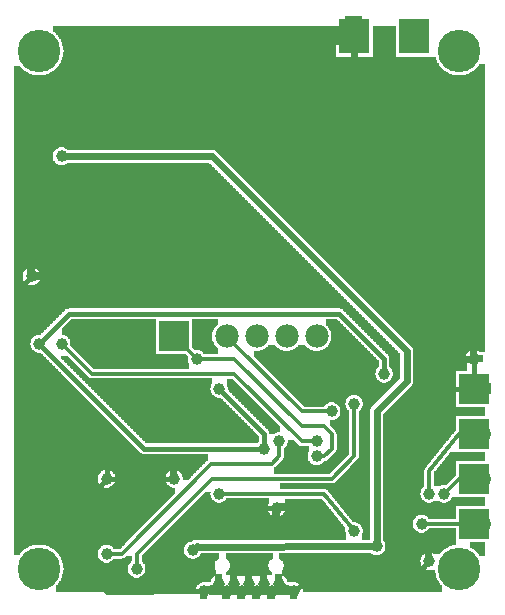
<source format=gbl>
G04 MADE WITH FRITZING*
G04 WWW.FRITZING.ORG*
G04 DOUBLE SIDED*
G04 HOLES PLATED*
G04 CONTOUR ON CENTER OF CONTOUR VECTOR*
%ASAXBY*%
%FSLAX23Y23*%
%MOIN*%
%OFA0B0*%
%SFA1.0B1.0*%
%ADD10C,0.075000*%
%ADD11C,0.059055*%
%ADD12C,0.078000*%
%ADD13C,0.039370*%
%ADD14C,0.141732*%
%ADD15R,0.100000X0.100000*%
%ADD16R,0.102362X0.118110*%
%ADD17C,0.008000*%
%ADD18C,0.012000*%
%ADD19C,0.024000*%
%ADD20C,0.016000*%
%ADD21R,0.001000X0.001000*%
%LNCOPPER0*%
G90*
G70*
G54D10*
X277Y885D03*
X433Y682D03*
X251Y1878D03*
G54D11*
X1599Y268D03*
X1599Y418D03*
X1599Y568D03*
X1599Y718D03*
G54D12*
X749Y893D03*
X849Y893D03*
X949Y893D03*
X1049Y893D03*
X749Y893D03*
X849Y893D03*
X949Y893D03*
X1049Y893D03*
X1174Y1893D03*
X1374Y1893D03*
X1174Y1893D03*
X1374Y1893D03*
G54D13*
X637Y180D03*
X1249Y193D03*
X1474Y368D03*
X1399Y268D03*
X1424Y368D03*
X124Y868D03*
X1274Y768D03*
X849Y43D03*
X874Y518D03*
X799Y43D03*
X824Y68D03*
X674Y43D03*
X974Y43D03*
X1099Y643D03*
X916Y320D03*
X1424Y143D03*
X349Y168D03*
X449Y118D03*
X724Y368D03*
X1174Y243D03*
X724Y718D03*
X924Y543D03*
X574Y418D03*
X349Y418D03*
X99Y1093D03*
X874Y68D03*
X774Y68D03*
X899Y43D03*
X749Y43D03*
X924Y68D03*
X724Y68D03*
X1574Y818D03*
X199Y1493D03*
X1049Y493D03*
X1174Y668D03*
X199Y868D03*
X1049Y543D03*
X649Y818D03*
G54D14*
X1524Y1843D03*
X1524Y118D03*
X124Y1843D03*
X124Y118D03*
G54D15*
X574Y893D03*
X1574Y718D03*
X1574Y568D03*
X1574Y418D03*
X1574Y268D03*
G54D16*
X1374Y1893D03*
X1174Y1893D03*
G54D17*
X1620Y268D02*
X1576Y268D01*
D02*
X1620Y418D02*
X1576Y418D01*
D02*
X1620Y567D02*
X1576Y568D01*
D02*
X1620Y717D02*
X1576Y718D01*
G54D18*
D02*
X1524Y417D02*
X1529Y417D01*
D02*
X1484Y377D02*
X1524Y417D01*
D02*
X640Y827D02*
X607Y861D01*
G54D19*
D02*
X1449Y818D02*
X1555Y818D01*
D02*
X1174Y1094D02*
X1449Y818D01*
D02*
X1174Y1839D02*
X1174Y1094D01*
G54D18*
D02*
X299Y768D02*
X775Y768D01*
D02*
X999Y543D02*
X1036Y543D01*
D02*
X775Y768D02*
X999Y543D01*
D02*
X209Y858D02*
X299Y768D01*
G54D20*
D02*
X363Y418D02*
X561Y418D01*
G54D18*
D02*
X1075Y367D02*
X1166Y253D01*
D02*
X738Y368D02*
X1075Y367D01*
G54D20*
D02*
X874Y568D02*
X734Y708D01*
D02*
X874Y531D02*
X874Y568D01*
G54D18*
D02*
X400Y167D02*
X698Y469D01*
D02*
X698Y469D02*
X899Y468D01*
D02*
X899Y468D02*
X925Y493D01*
D02*
X925Y493D02*
X924Y529D01*
D02*
X363Y168D02*
X400Y167D01*
D02*
X450Y167D02*
X699Y418D01*
D02*
X699Y418D02*
X1100Y418D01*
D02*
X1100Y418D02*
X1174Y493D01*
D02*
X1174Y493D02*
X1174Y654D01*
D02*
X449Y131D02*
X450Y167D01*
G54D20*
D02*
X1424Y718D02*
X1529Y718D01*
D02*
X1350Y643D02*
X1424Y718D01*
D02*
X1399Y118D02*
X1350Y118D01*
D02*
X1350Y118D02*
X1350Y643D01*
D02*
X1415Y133D02*
X1399Y118D01*
D02*
X1574Y764D02*
X1574Y804D01*
G54D18*
D02*
X775Y868D02*
X767Y876D01*
D02*
X999Y643D02*
X775Y868D01*
D02*
X1086Y643D02*
X999Y643D01*
G54D19*
D02*
X649Y192D02*
X650Y193D01*
D02*
X1230Y193D02*
X649Y192D01*
D02*
X1250Y643D02*
X1350Y743D01*
D02*
X1350Y743D02*
X1349Y843D01*
D02*
X1349Y843D02*
X700Y1493D01*
D02*
X700Y1493D02*
X218Y1493D01*
D02*
X1249Y212D02*
X1250Y643D01*
G54D20*
D02*
X549Y43D02*
X549Y219D01*
D02*
X549Y219D02*
X649Y318D01*
D02*
X649Y318D02*
X902Y320D01*
D02*
X661Y43D02*
X549Y43D01*
D02*
X1125Y968D02*
X1274Y818D01*
D02*
X224Y968D02*
X1125Y968D01*
D02*
X1274Y818D02*
X1274Y781D01*
D02*
X134Y877D02*
X224Y968D01*
D02*
X474Y518D02*
X861Y518D01*
D02*
X134Y858D02*
X474Y518D01*
G54D18*
D02*
X1529Y268D02*
X1413Y268D01*
D02*
X1424Y444D02*
X1424Y381D01*
D02*
X1524Y567D02*
X1424Y444D01*
D02*
X1529Y567D02*
X1524Y567D01*
G54D19*
D02*
X955Y43D02*
X693Y43D01*
D02*
X691Y51D02*
X707Y59D01*
D02*
X957Y51D02*
X941Y59D01*
G54D20*
D02*
X349Y431D02*
X350Y493D01*
D02*
X75Y768D02*
X75Y1068D01*
D02*
X75Y1068D02*
X90Y1083D01*
D02*
X350Y493D02*
X75Y768D01*
D02*
X1049Y118D02*
X984Y52D01*
D02*
X1398Y119D02*
X1049Y118D01*
D02*
X1414Y134D02*
X1398Y119D01*
D02*
X300Y367D02*
X340Y408D01*
D02*
X300Y93D02*
X300Y367D01*
D02*
X349Y42D02*
X300Y93D01*
D02*
X661Y43D02*
X349Y42D01*
G54D18*
D02*
X1075Y493D02*
X1100Y517D01*
D02*
X999Y593D02*
X775Y818D01*
D02*
X1074Y593D02*
X999Y593D01*
D02*
X1099Y568D02*
X1074Y593D01*
D02*
X1100Y517D02*
X1099Y568D01*
D02*
X775Y818D02*
X663Y818D01*
D02*
X1063Y493D02*
X1075Y493D01*
G36*
X232Y951D02*
X232Y949D01*
X230Y949D01*
X230Y947D01*
X228Y947D01*
X228Y945D01*
X226Y945D01*
X226Y943D01*
X224Y943D01*
X224Y941D01*
X222Y941D01*
X222Y939D01*
X220Y939D01*
X220Y937D01*
X218Y937D01*
X218Y935D01*
X216Y935D01*
X216Y933D01*
X214Y933D01*
X214Y931D01*
X212Y931D01*
X212Y929D01*
X210Y929D01*
X210Y927D01*
X208Y927D01*
X208Y925D01*
X206Y925D01*
X206Y923D01*
X204Y923D01*
X204Y921D01*
X202Y921D01*
X202Y919D01*
X200Y919D01*
X200Y897D01*
X210Y897D01*
X210Y895D01*
X214Y895D01*
X214Y893D01*
X218Y893D01*
X218Y891D01*
X220Y891D01*
X220Y889D01*
X222Y889D01*
X222Y885D01*
X224Y885D01*
X224Y883D01*
X226Y883D01*
X226Y879D01*
X228Y879D01*
X228Y861D01*
X230Y861D01*
X230Y859D01*
X232Y859D01*
X232Y857D01*
X234Y857D01*
X234Y855D01*
X236Y855D01*
X236Y853D01*
X238Y853D01*
X238Y851D01*
X240Y851D01*
X240Y849D01*
X242Y849D01*
X242Y847D01*
X244Y847D01*
X244Y845D01*
X246Y845D01*
X246Y843D01*
X248Y843D01*
X248Y841D01*
X250Y841D01*
X250Y839D01*
X252Y839D01*
X252Y837D01*
X254Y837D01*
X254Y835D01*
X256Y835D01*
X256Y833D01*
X258Y833D01*
X258Y831D01*
X260Y831D01*
X260Y829D01*
X262Y829D01*
X262Y827D01*
X264Y827D01*
X264Y825D01*
X266Y825D01*
X266Y823D01*
X268Y823D01*
X268Y821D01*
X270Y821D01*
X270Y819D01*
X272Y819D01*
X272Y817D01*
X274Y817D01*
X274Y815D01*
X276Y815D01*
X276Y813D01*
X278Y813D01*
X278Y811D01*
X280Y811D01*
X280Y809D01*
X282Y809D01*
X282Y807D01*
X284Y807D01*
X284Y805D01*
X286Y805D01*
X286Y803D01*
X288Y803D01*
X288Y801D01*
X290Y801D01*
X290Y799D01*
X292Y799D01*
X292Y797D01*
X294Y797D01*
X294Y795D01*
X296Y795D01*
X296Y793D01*
X298Y793D01*
X298Y791D01*
X300Y791D01*
X300Y789D01*
X302Y789D01*
X302Y787D01*
X304Y787D01*
X304Y785D01*
X624Y785D01*
X624Y805D01*
X622Y805D01*
X622Y811D01*
X620Y811D01*
X620Y827D01*
X618Y827D01*
X618Y829D01*
X616Y829D01*
X616Y831D01*
X614Y831D01*
X614Y833D01*
X514Y833D01*
X514Y951D01*
X232Y951D01*
G37*
D02*
G36*
X634Y951D02*
X634Y855D01*
X636Y855D01*
X636Y853D01*
X638Y853D01*
X638Y851D01*
X640Y851D01*
X640Y849D01*
X650Y849D01*
X650Y847D01*
X660Y847D01*
X660Y845D01*
X664Y845D01*
X664Y843D01*
X668Y843D01*
X668Y841D01*
X670Y841D01*
X670Y839D01*
X672Y839D01*
X672Y835D01*
X720Y835D01*
X720Y855D01*
X718Y855D01*
X718Y857D01*
X716Y857D01*
X716Y859D01*
X714Y859D01*
X714Y861D01*
X712Y861D01*
X712Y863D01*
X710Y863D01*
X710Y865D01*
X708Y865D01*
X708Y869D01*
X706Y869D01*
X706Y873D01*
X704Y873D01*
X704Y879D01*
X702Y879D01*
X702Y887D01*
X700Y887D01*
X700Y901D01*
X702Y901D01*
X702Y909D01*
X704Y909D01*
X704Y913D01*
X706Y913D01*
X706Y917D01*
X708Y917D01*
X708Y921D01*
X710Y921D01*
X710Y923D01*
X712Y923D01*
X712Y925D01*
X714Y925D01*
X714Y929D01*
X718Y929D01*
X718Y931D01*
X720Y931D01*
X720Y951D01*
X634Y951D01*
G37*
D02*
G36*
X198Y829D02*
X198Y819D01*
X200Y819D01*
X200Y817D01*
X202Y817D01*
X202Y815D01*
X204Y815D01*
X204Y813D01*
X206Y813D01*
X206Y811D01*
X208Y811D01*
X208Y809D01*
X210Y809D01*
X210Y807D01*
X212Y807D01*
X212Y805D01*
X214Y805D01*
X214Y803D01*
X216Y803D01*
X216Y801D01*
X218Y801D01*
X218Y799D01*
X220Y799D01*
X220Y797D01*
X222Y797D01*
X222Y795D01*
X224Y795D01*
X224Y793D01*
X226Y793D01*
X226Y791D01*
X228Y791D01*
X228Y789D01*
X230Y789D01*
X230Y787D01*
X232Y787D01*
X232Y785D01*
X234Y785D01*
X234Y783D01*
X236Y783D01*
X236Y781D01*
X238Y781D01*
X238Y779D01*
X240Y779D01*
X240Y777D01*
X242Y777D01*
X242Y775D01*
X244Y775D01*
X244Y773D01*
X246Y773D01*
X246Y771D01*
X248Y771D01*
X248Y769D01*
X250Y769D01*
X250Y767D01*
X252Y767D01*
X252Y765D01*
X254Y765D01*
X254Y763D01*
X256Y763D01*
X256Y761D01*
X258Y761D01*
X258Y759D01*
X260Y759D01*
X260Y757D01*
X262Y757D01*
X262Y755D01*
X264Y755D01*
X264Y753D01*
X266Y753D01*
X266Y751D01*
X268Y751D01*
X268Y749D01*
X270Y749D01*
X270Y747D01*
X272Y747D01*
X272Y745D01*
X274Y745D01*
X274Y743D01*
X276Y743D01*
X276Y741D01*
X278Y741D01*
X278Y739D01*
X280Y739D01*
X280Y737D01*
X282Y737D01*
X282Y735D01*
X284Y735D01*
X284Y733D01*
X286Y733D01*
X286Y731D01*
X288Y731D01*
X288Y729D01*
X290Y729D01*
X290Y727D01*
X292Y727D01*
X292Y725D01*
X294Y725D01*
X294Y723D01*
X296Y723D01*
X296Y721D01*
X298Y721D01*
X298Y719D01*
X300Y719D01*
X300Y717D01*
X302Y717D01*
X302Y715D01*
X304Y715D01*
X304Y713D01*
X306Y713D01*
X306Y711D01*
X308Y711D01*
X308Y709D01*
X310Y709D01*
X310Y707D01*
X312Y707D01*
X312Y705D01*
X314Y705D01*
X314Y703D01*
X316Y703D01*
X316Y701D01*
X318Y701D01*
X318Y699D01*
X320Y699D01*
X320Y697D01*
X322Y697D01*
X322Y695D01*
X324Y695D01*
X324Y693D01*
X326Y693D01*
X326Y691D01*
X328Y691D01*
X328Y689D01*
X330Y689D01*
X330Y687D01*
X332Y687D01*
X332Y685D01*
X334Y685D01*
X334Y683D01*
X336Y683D01*
X336Y681D01*
X338Y681D01*
X338Y679D01*
X340Y679D01*
X340Y677D01*
X342Y677D01*
X342Y675D01*
X344Y675D01*
X344Y673D01*
X346Y673D01*
X346Y671D01*
X348Y671D01*
X348Y669D01*
X350Y669D01*
X350Y667D01*
X352Y667D01*
X352Y665D01*
X354Y665D01*
X354Y663D01*
X356Y663D01*
X356Y661D01*
X358Y661D01*
X358Y659D01*
X360Y659D01*
X360Y657D01*
X362Y657D01*
X362Y655D01*
X364Y655D01*
X364Y653D01*
X366Y653D01*
X366Y651D01*
X368Y651D01*
X368Y649D01*
X370Y649D01*
X370Y647D01*
X372Y647D01*
X372Y645D01*
X374Y645D01*
X374Y643D01*
X376Y643D01*
X376Y641D01*
X378Y641D01*
X378Y639D01*
X380Y639D01*
X380Y637D01*
X382Y637D01*
X382Y635D01*
X384Y635D01*
X384Y633D01*
X386Y633D01*
X386Y631D01*
X388Y631D01*
X388Y629D01*
X390Y629D01*
X390Y627D01*
X392Y627D01*
X392Y625D01*
X394Y625D01*
X394Y623D01*
X396Y623D01*
X396Y621D01*
X398Y621D01*
X398Y619D01*
X400Y619D01*
X400Y617D01*
X402Y617D01*
X402Y615D01*
X404Y615D01*
X404Y613D01*
X406Y613D01*
X406Y611D01*
X408Y611D01*
X408Y609D01*
X410Y609D01*
X410Y607D01*
X412Y607D01*
X412Y605D01*
X414Y605D01*
X414Y603D01*
X416Y603D01*
X416Y601D01*
X418Y601D01*
X418Y599D01*
X420Y599D01*
X420Y597D01*
X422Y597D01*
X422Y595D01*
X424Y595D01*
X424Y593D01*
X426Y593D01*
X426Y591D01*
X428Y591D01*
X428Y589D01*
X430Y589D01*
X430Y587D01*
X432Y587D01*
X432Y585D01*
X434Y585D01*
X434Y583D01*
X436Y583D01*
X436Y581D01*
X438Y581D01*
X438Y579D01*
X440Y579D01*
X440Y577D01*
X442Y577D01*
X442Y575D01*
X444Y575D01*
X444Y573D01*
X446Y573D01*
X446Y571D01*
X448Y571D01*
X448Y569D01*
X450Y569D01*
X450Y567D01*
X452Y567D01*
X452Y565D01*
X454Y565D01*
X454Y563D01*
X456Y563D01*
X456Y561D01*
X458Y561D01*
X458Y559D01*
X460Y559D01*
X460Y557D01*
X462Y557D01*
X462Y555D01*
X464Y555D01*
X464Y553D01*
X466Y553D01*
X466Y551D01*
X468Y551D01*
X468Y549D01*
X470Y549D01*
X470Y547D01*
X472Y547D01*
X472Y545D01*
X474Y545D01*
X474Y543D01*
X476Y543D01*
X476Y541D01*
X478Y541D01*
X478Y539D01*
X480Y539D01*
X480Y537D01*
X852Y537D01*
X852Y539D01*
X854Y539D01*
X854Y541D01*
X856Y541D01*
X856Y561D01*
X854Y561D01*
X854Y563D01*
X852Y563D01*
X852Y565D01*
X850Y565D01*
X850Y567D01*
X848Y567D01*
X848Y569D01*
X846Y569D01*
X846Y571D01*
X844Y571D01*
X844Y573D01*
X842Y573D01*
X842Y575D01*
X840Y575D01*
X840Y577D01*
X838Y577D01*
X838Y579D01*
X836Y579D01*
X836Y583D01*
X834Y583D01*
X834Y585D01*
X832Y585D01*
X832Y587D01*
X830Y587D01*
X830Y589D01*
X828Y589D01*
X828Y591D01*
X826Y591D01*
X826Y593D01*
X824Y593D01*
X824Y595D01*
X822Y595D01*
X822Y597D01*
X820Y597D01*
X820Y599D01*
X818Y599D01*
X818Y601D01*
X816Y601D01*
X816Y603D01*
X814Y603D01*
X814Y605D01*
X812Y605D01*
X812Y607D01*
X810Y607D01*
X810Y609D01*
X808Y609D01*
X808Y611D01*
X806Y611D01*
X806Y613D01*
X804Y613D01*
X804Y615D01*
X802Y615D01*
X802Y617D01*
X800Y617D01*
X800Y619D01*
X798Y619D01*
X798Y621D01*
X796Y621D01*
X796Y623D01*
X794Y623D01*
X794Y625D01*
X792Y625D01*
X792Y627D01*
X790Y627D01*
X790Y629D01*
X788Y629D01*
X788Y631D01*
X786Y631D01*
X786Y633D01*
X784Y633D01*
X784Y635D01*
X782Y635D01*
X782Y637D01*
X780Y637D01*
X780Y639D01*
X778Y639D01*
X778Y641D01*
X776Y641D01*
X776Y643D01*
X774Y643D01*
X774Y645D01*
X772Y645D01*
X772Y647D01*
X770Y647D01*
X770Y649D01*
X768Y649D01*
X768Y651D01*
X766Y651D01*
X766Y653D01*
X764Y653D01*
X764Y655D01*
X762Y655D01*
X762Y657D01*
X760Y657D01*
X760Y659D01*
X758Y659D01*
X758Y661D01*
X756Y661D01*
X756Y663D01*
X754Y663D01*
X754Y665D01*
X752Y665D01*
X752Y667D01*
X750Y667D01*
X750Y669D01*
X748Y669D01*
X748Y671D01*
X746Y671D01*
X746Y673D01*
X744Y673D01*
X744Y675D01*
X742Y675D01*
X742Y677D01*
X740Y677D01*
X740Y679D01*
X738Y679D01*
X738Y681D01*
X736Y681D01*
X736Y683D01*
X734Y683D01*
X734Y685D01*
X732Y685D01*
X732Y687D01*
X730Y687D01*
X730Y689D01*
X716Y689D01*
X716Y691D01*
X712Y691D01*
X712Y693D01*
X708Y693D01*
X708Y695D01*
X706Y695D01*
X706Y697D01*
X702Y697D01*
X702Y701D01*
X700Y701D01*
X700Y703D01*
X698Y703D01*
X698Y707D01*
X696Y707D01*
X696Y715D01*
X694Y715D01*
X694Y721D01*
X696Y721D01*
X696Y729D01*
X698Y729D01*
X698Y733D01*
X700Y733D01*
X700Y753D01*
X292Y753D01*
X292Y755D01*
X290Y755D01*
X290Y757D01*
X288Y757D01*
X288Y759D01*
X286Y759D01*
X286Y761D01*
X284Y761D01*
X284Y763D01*
X282Y763D01*
X282Y765D01*
X280Y765D01*
X280Y767D01*
X278Y767D01*
X278Y769D01*
X276Y769D01*
X276Y771D01*
X274Y771D01*
X274Y773D01*
X272Y773D01*
X272Y775D01*
X270Y775D01*
X270Y777D01*
X268Y777D01*
X268Y779D01*
X266Y779D01*
X266Y781D01*
X264Y781D01*
X264Y783D01*
X262Y783D01*
X262Y785D01*
X260Y785D01*
X260Y787D01*
X258Y787D01*
X258Y789D01*
X256Y789D01*
X256Y791D01*
X254Y791D01*
X254Y793D01*
X252Y793D01*
X252Y795D01*
X250Y795D01*
X250Y797D01*
X248Y797D01*
X248Y799D01*
X246Y799D01*
X246Y801D01*
X244Y801D01*
X244Y803D01*
X242Y803D01*
X242Y805D01*
X240Y805D01*
X240Y807D01*
X238Y807D01*
X238Y809D01*
X236Y809D01*
X236Y811D01*
X234Y811D01*
X234Y813D01*
X232Y813D01*
X232Y815D01*
X230Y815D01*
X230Y817D01*
X228Y817D01*
X228Y819D01*
X226Y819D01*
X226Y821D01*
X224Y821D01*
X224Y823D01*
X222Y823D01*
X222Y825D01*
X220Y825D01*
X220Y827D01*
X218Y827D01*
X218Y829D01*
X198Y829D01*
G37*
D02*
G36*
X750Y751D02*
X750Y731D01*
X752Y731D01*
X752Y725D01*
X754Y725D01*
X754Y713D01*
X756Y713D01*
X756Y711D01*
X758Y711D01*
X758Y709D01*
X760Y709D01*
X760Y707D01*
X762Y707D01*
X762Y705D01*
X764Y705D01*
X764Y703D01*
X766Y703D01*
X766Y701D01*
X768Y701D01*
X768Y699D01*
X770Y699D01*
X770Y697D01*
X772Y697D01*
X772Y695D01*
X774Y695D01*
X774Y693D01*
X776Y693D01*
X776Y691D01*
X778Y691D01*
X778Y689D01*
X780Y689D01*
X780Y687D01*
X782Y687D01*
X782Y685D01*
X784Y685D01*
X784Y683D01*
X786Y683D01*
X786Y681D01*
X788Y681D01*
X788Y679D01*
X790Y679D01*
X790Y677D01*
X792Y677D01*
X792Y675D01*
X794Y675D01*
X794Y673D01*
X796Y673D01*
X796Y671D01*
X798Y671D01*
X798Y669D01*
X800Y669D01*
X800Y667D01*
X802Y667D01*
X802Y665D01*
X804Y665D01*
X804Y663D01*
X806Y663D01*
X806Y661D01*
X808Y661D01*
X808Y659D01*
X810Y659D01*
X810Y657D01*
X812Y657D01*
X812Y655D01*
X814Y655D01*
X814Y653D01*
X816Y653D01*
X816Y651D01*
X818Y651D01*
X818Y649D01*
X820Y649D01*
X820Y647D01*
X822Y647D01*
X822Y645D01*
X824Y645D01*
X824Y643D01*
X826Y643D01*
X826Y641D01*
X828Y641D01*
X828Y639D01*
X830Y639D01*
X830Y637D01*
X832Y637D01*
X832Y635D01*
X834Y635D01*
X834Y633D01*
X836Y633D01*
X836Y631D01*
X838Y631D01*
X838Y629D01*
X840Y629D01*
X840Y627D01*
X842Y627D01*
X842Y625D01*
X844Y625D01*
X844Y623D01*
X846Y623D01*
X846Y621D01*
X848Y621D01*
X848Y619D01*
X850Y619D01*
X850Y617D01*
X852Y617D01*
X852Y615D01*
X854Y615D01*
X854Y613D01*
X856Y613D01*
X856Y611D01*
X858Y611D01*
X858Y609D01*
X860Y609D01*
X860Y607D01*
X862Y607D01*
X862Y605D01*
X864Y605D01*
X864Y603D01*
X866Y603D01*
X866Y601D01*
X868Y601D01*
X868Y599D01*
X870Y599D01*
X870Y597D01*
X872Y597D01*
X872Y595D01*
X874Y595D01*
X874Y593D01*
X876Y593D01*
X876Y591D01*
X878Y591D01*
X878Y589D01*
X880Y589D01*
X880Y587D01*
X882Y587D01*
X882Y585D01*
X884Y585D01*
X884Y583D01*
X886Y583D01*
X886Y581D01*
X888Y581D01*
X888Y579D01*
X890Y579D01*
X890Y575D01*
X892Y575D01*
X892Y569D01*
X912Y569D01*
X912Y571D01*
X918Y571D01*
X918Y573D01*
X928Y573D01*
X928Y593D01*
X926Y593D01*
X926Y595D01*
X924Y595D01*
X924Y597D01*
X922Y597D01*
X922Y599D01*
X920Y599D01*
X920Y601D01*
X918Y601D01*
X918Y603D01*
X916Y603D01*
X916Y605D01*
X914Y605D01*
X914Y607D01*
X912Y607D01*
X912Y609D01*
X910Y609D01*
X910Y611D01*
X908Y611D01*
X908Y613D01*
X906Y613D01*
X906Y615D01*
X904Y615D01*
X904Y617D01*
X902Y617D01*
X902Y619D01*
X900Y619D01*
X900Y621D01*
X898Y621D01*
X898Y623D01*
X896Y623D01*
X896Y625D01*
X894Y625D01*
X894Y627D01*
X892Y627D01*
X892Y629D01*
X890Y629D01*
X890Y631D01*
X888Y631D01*
X888Y633D01*
X886Y633D01*
X886Y635D01*
X884Y635D01*
X884Y637D01*
X882Y637D01*
X882Y639D01*
X880Y639D01*
X880Y641D01*
X878Y641D01*
X878Y643D01*
X876Y643D01*
X876Y645D01*
X874Y645D01*
X874Y647D01*
X872Y647D01*
X872Y649D01*
X870Y649D01*
X870Y651D01*
X868Y651D01*
X868Y653D01*
X866Y653D01*
X866Y655D01*
X864Y655D01*
X864Y657D01*
X862Y657D01*
X862Y659D01*
X860Y659D01*
X860Y661D01*
X858Y661D01*
X858Y663D01*
X856Y663D01*
X856Y665D01*
X854Y665D01*
X854Y667D01*
X852Y667D01*
X852Y669D01*
X850Y669D01*
X850Y671D01*
X848Y671D01*
X848Y673D01*
X846Y673D01*
X846Y675D01*
X844Y675D01*
X844Y677D01*
X842Y677D01*
X842Y679D01*
X840Y679D01*
X840Y681D01*
X838Y681D01*
X838Y683D01*
X836Y683D01*
X836Y685D01*
X834Y685D01*
X834Y687D01*
X832Y687D01*
X832Y689D01*
X830Y689D01*
X830Y691D01*
X828Y691D01*
X828Y693D01*
X826Y693D01*
X826Y695D01*
X824Y695D01*
X824Y697D01*
X822Y697D01*
X822Y699D01*
X820Y699D01*
X820Y701D01*
X818Y701D01*
X818Y703D01*
X816Y703D01*
X816Y705D01*
X814Y705D01*
X814Y707D01*
X812Y707D01*
X812Y709D01*
X810Y709D01*
X810Y711D01*
X808Y711D01*
X808Y713D01*
X806Y713D01*
X806Y715D01*
X804Y715D01*
X804Y717D01*
X802Y717D01*
X802Y719D01*
X800Y719D01*
X800Y721D01*
X798Y721D01*
X798Y723D01*
X796Y723D01*
X796Y725D01*
X794Y725D01*
X794Y727D01*
X792Y727D01*
X792Y729D01*
X790Y729D01*
X790Y731D01*
X788Y731D01*
X788Y733D01*
X786Y733D01*
X786Y735D01*
X784Y735D01*
X784Y737D01*
X782Y737D01*
X782Y739D01*
X780Y739D01*
X780Y741D01*
X778Y741D01*
X778Y743D01*
X776Y743D01*
X776Y745D01*
X774Y745D01*
X774Y747D01*
X772Y747D01*
X772Y749D01*
X770Y749D01*
X770Y751D01*
X750Y751D01*
G37*
D02*
G36*
X1496Y509D02*
X1496Y507D01*
X1494Y507D01*
X1494Y503D01*
X1492Y503D01*
X1492Y501D01*
X1490Y501D01*
X1490Y499D01*
X1488Y499D01*
X1488Y497D01*
X1486Y497D01*
X1486Y495D01*
X1484Y495D01*
X1484Y491D01*
X1482Y491D01*
X1482Y489D01*
X1480Y489D01*
X1480Y487D01*
X1478Y487D01*
X1478Y485D01*
X1476Y485D01*
X1476Y481D01*
X1474Y481D01*
X1474Y479D01*
X1472Y479D01*
X1472Y477D01*
X1470Y477D01*
X1470Y475D01*
X1468Y475D01*
X1468Y471D01*
X1466Y471D01*
X1466Y469D01*
X1464Y469D01*
X1464Y467D01*
X1462Y467D01*
X1462Y465D01*
X1460Y465D01*
X1460Y461D01*
X1458Y461D01*
X1458Y459D01*
X1456Y459D01*
X1456Y457D01*
X1454Y457D01*
X1454Y455D01*
X1452Y455D01*
X1452Y451D01*
X1450Y451D01*
X1450Y449D01*
X1448Y449D01*
X1448Y447D01*
X1446Y447D01*
X1446Y445D01*
X1444Y445D01*
X1444Y443D01*
X1442Y443D01*
X1442Y439D01*
X1440Y439D01*
X1440Y393D01*
X1460Y393D01*
X1460Y395D01*
X1464Y395D01*
X1464Y397D01*
X1482Y397D01*
X1482Y399D01*
X1484Y399D01*
X1484Y401D01*
X1486Y401D01*
X1486Y403D01*
X1488Y403D01*
X1488Y405D01*
X1490Y405D01*
X1490Y407D01*
X1492Y407D01*
X1492Y409D01*
X1494Y409D01*
X1494Y411D01*
X1496Y411D01*
X1496Y413D01*
X1498Y413D01*
X1498Y415D01*
X1500Y415D01*
X1500Y417D01*
X1502Y417D01*
X1502Y419D01*
X1504Y419D01*
X1504Y421D01*
X1506Y421D01*
X1506Y423D01*
X1508Y423D01*
X1508Y425D01*
X1510Y425D01*
X1510Y427D01*
X1512Y427D01*
X1512Y429D01*
X1514Y429D01*
X1514Y479D01*
X1612Y479D01*
X1612Y509D01*
X1496Y509D01*
G37*
D02*
G36*
X1562Y209D02*
X1562Y189D01*
X1566Y189D01*
X1566Y187D01*
X1568Y187D01*
X1568Y185D01*
X1572Y185D01*
X1572Y183D01*
X1574Y183D01*
X1574Y181D01*
X1576Y181D01*
X1576Y179D01*
X1578Y179D01*
X1578Y177D01*
X1582Y177D01*
X1582Y173D01*
X1584Y173D01*
X1584Y171D01*
X1586Y171D01*
X1586Y169D01*
X1588Y169D01*
X1588Y167D01*
X1590Y167D01*
X1590Y163D01*
X1592Y163D01*
X1592Y161D01*
X1612Y161D01*
X1612Y209D01*
X1562Y209D01*
G37*
D02*
G36*
X746Y171D02*
X746Y151D01*
X750Y151D01*
X750Y149D01*
X752Y149D01*
X752Y147D01*
X754Y147D01*
X754Y145D01*
X756Y145D01*
X756Y141D01*
X758Y141D01*
X758Y137D01*
X760Y137D01*
X760Y121D01*
X758Y121D01*
X758Y117D01*
X756Y117D01*
X756Y113D01*
X754Y113D01*
X754Y111D01*
X752Y111D01*
X752Y109D01*
X750Y109D01*
X750Y107D01*
X746Y107D01*
X746Y97D01*
X834Y97D01*
X834Y95D01*
X838Y95D01*
X838Y93D01*
X860Y93D01*
X860Y95D01*
X864Y95D01*
X864Y97D01*
X902Y97D01*
X902Y107D01*
X898Y107D01*
X898Y109D01*
X896Y109D01*
X896Y111D01*
X894Y111D01*
X894Y113D01*
X892Y113D01*
X892Y117D01*
X890Y117D01*
X890Y123D01*
X888Y123D01*
X888Y135D01*
X890Y135D01*
X890Y139D01*
X892Y139D01*
X892Y143D01*
X894Y143D01*
X894Y147D01*
X896Y147D01*
X896Y149D01*
X900Y149D01*
X900Y151D01*
X904Y151D01*
X904Y171D01*
X746Y171D01*
G37*
D02*
G36*
X784Y97D02*
X784Y95D01*
X788Y95D01*
X788Y93D01*
X810Y93D01*
X810Y95D01*
X814Y95D01*
X814Y97D01*
X784Y97D01*
G37*
D02*
G36*
X170Y1929D02*
X170Y1909D01*
X172Y1909D01*
X172Y1907D01*
X176Y1907D01*
X176Y1905D01*
X178Y1905D01*
X178Y1903D01*
X180Y1903D01*
X180Y1901D01*
X182Y1901D01*
X182Y1899D01*
X184Y1899D01*
X184Y1897D01*
X186Y1897D01*
X186Y1895D01*
X188Y1895D01*
X188Y1891D01*
X190Y1891D01*
X190Y1889D01*
X192Y1889D01*
X192Y1885D01*
X194Y1885D01*
X194Y1883D01*
X196Y1883D01*
X196Y1879D01*
X198Y1879D01*
X198Y1875D01*
X200Y1875D01*
X200Y1869D01*
X202Y1869D01*
X202Y1861D01*
X204Y1861D01*
X204Y1847D01*
X206Y1847D01*
X206Y1841D01*
X204Y1841D01*
X204Y1825D01*
X1114Y1825D01*
X1114Y1929D01*
X170Y1929D01*
G37*
D02*
G36*
X1236Y1929D02*
X1236Y1825D01*
X1314Y1825D01*
X1314Y1929D01*
X1236Y1929D01*
G37*
D02*
G36*
X202Y1825D02*
X202Y1823D01*
X1446Y1823D01*
X1446Y1825D01*
X202Y1825D01*
G37*
D02*
G36*
X202Y1825D02*
X202Y1823D01*
X1446Y1823D01*
X1446Y1825D01*
X202Y1825D01*
G37*
D02*
G36*
X202Y1823D02*
X202Y1819D01*
X200Y1819D01*
X200Y1813D01*
X198Y1813D01*
X198Y1809D01*
X196Y1809D01*
X196Y1805D01*
X194Y1805D01*
X194Y1801D01*
X192Y1801D01*
X192Y1797D01*
X190Y1797D01*
X190Y1795D01*
X188Y1795D01*
X188Y1793D01*
X186Y1793D01*
X186Y1791D01*
X184Y1791D01*
X184Y1787D01*
X182Y1787D01*
X182Y1785D01*
X180Y1785D01*
X180Y1783D01*
X176Y1783D01*
X176Y1781D01*
X174Y1781D01*
X174Y1779D01*
X172Y1779D01*
X172Y1777D01*
X168Y1777D01*
X168Y1775D01*
X166Y1775D01*
X166Y1773D01*
X162Y1773D01*
X162Y1771D01*
X158Y1771D01*
X158Y1769D01*
X154Y1769D01*
X154Y1767D01*
X148Y1767D01*
X148Y1765D01*
X138Y1765D01*
X138Y1763D01*
X1510Y1763D01*
X1510Y1765D01*
X1502Y1765D01*
X1502Y1767D01*
X1496Y1767D01*
X1496Y1769D01*
X1490Y1769D01*
X1490Y1771D01*
X1486Y1771D01*
X1486Y1773D01*
X1484Y1773D01*
X1484Y1775D01*
X1480Y1775D01*
X1480Y1777D01*
X1476Y1777D01*
X1476Y1779D01*
X1474Y1779D01*
X1474Y1781D01*
X1472Y1781D01*
X1472Y1783D01*
X1470Y1783D01*
X1470Y1785D01*
X1468Y1785D01*
X1468Y1787D01*
X1466Y1787D01*
X1466Y1789D01*
X1464Y1789D01*
X1464Y1791D01*
X1462Y1791D01*
X1462Y1793D01*
X1460Y1793D01*
X1460Y1795D01*
X1458Y1795D01*
X1458Y1799D01*
X1456Y1799D01*
X1456Y1803D01*
X1454Y1803D01*
X1454Y1805D01*
X1452Y1805D01*
X1452Y1809D01*
X1450Y1809D01*
X1450Y1815D01*
X1448Y1815D01*
X1448Y1819D01*
X1446Y1819D01*
X1446Y1823D01*
X202Y1823D01*
G37*
D02*
G36*
X1592Y1801D02*
X1592Y1797D01*
X1590Y1797D01*
X1590Y1795D01*
X1588Y1795D01*
X1588Y1793D01*
X1586Y1793D01*
X1586Y1791D01*
X1584Y1791D01*
X1584Y1787D01*
X1582Y1787D01*
X1582Y1785D01*
X1580Y1785D01*
X1580Y1783D01*
X1576Y1783D01*
X1576Y1781D01*
X1574Y1781D01*
X1574Y1779D01*
X1572Y1779D01*
X1572Y1777D01*
X1568Y1777D01*
X1568Y1775D01*
X1566Y1775D01*
X1566Y1773D01*
X1562Y1773D01*
X1562Y1771D01*
X1558Y1771D01*
X1558Y1769D01*
X1554Y1769D01*
X1554Y1767D01*
X1548Y1767D01*
X1548Y1765D01*
X1538Y1765D01*
X1538Y1763D01*
X1612Y1763D01*
X1612Y1801D01*
X1592Y1801D01*
G37*
D02*
G36*
X40Y1795D02*
X40Y1763D01*
X110Y1763D01*
X110Y1765D01*
X102Y1765D01*
X102Y1767D01*
X96Y1767D01*
X96Y1769D01*
X90Y1769D01*
X90Y1771D01*
X86Y1771D01*
X86Y1773D01*
X84Y1773D01*
X84Y1775D01*
X80Y1775D01*
X80Y1777D01*
X76Y1777D01*
X76Y1779D01*
X74Y1779D01*
X74Y1781D01*
X72Y1781D01*
X72Y1783D01*
X70Y1783D01*
X70Y1785D01*
X68Y1785D01*
X68Y1787D01*
X66Y1787D01*
X66Y1789D01*
X64Y1789D01*
X64Y1791D01*
X62Y1791D01*
X62Y1793D01*
X60Y1793D01*
X60Y1795D01*
X40Y1795D01*
G37*
D02*
G36*
X40Y1763D02*
X40Y1761D01*
X1612Y1761D01*
X1612Y1763D01*
X40Y1763D01*
G37*
D02*
G36*
X40Y1763D02*
X40Y1761D01*
X1612Y1761D01*
X1612Y1763D01*
X40Y1763D01*
G37*
D02*
G36*
X40Y1763D02*
X40Y1761D01*
X1612Y1761D01*
X1612Y1763D01*
X40Y1763D01*
G37*
D02*
G36*
X40Y1761D02*
X40Y1523D01*
X206Y1523D01*
X206Y1521D01*
X212Y1521D01*
X212Y1519D01*
X216Y1519D01*
X216Y1517D01*
X218Y1517D01*
X218Y1515D01*
X708Y1515D01*
X708Y1513D01*
X712Y1513D01*
X712Y1511D01*
X714Y1511D01*
X714Y1509D01*
X716Y1509D01*
X716Y1507D01*
X718Y1507D01*
X718Y1505D01*
X720Y1505D01*
X720Y1503D01*
X722Y1503D01*
X722Y1501D01*
X724Y1501D01*
X724Y1499D01*
X726Y1499D01*
X726Y1497D01*
X728Y1497D01*
X728Y1495D01*
X730Y1495D01*
X730Y1493D01*
X732Y1493D01*
X732Y1491D01*
X734Y1491D01*
X734Y1489D01*
X736Y1489D01*
X736Y1487D01*
X738Y1487D01*
X738Y1485D01*
X740Y1485D01*
X740Y1483D01*
X742Y1483D01*
X742Y1481D01*
X744Y1481D01*
X744Y1479D01*
X746Y1479D01*
X746Y1477D01*
X748Y1477D01*
X748Y1475D01*
X750Y1475D01*
X750Y1473D01*
X752Y1473D01*
X752Y1471D01*
X754Y1471D01*
X754Y1469D01*
X756Y1469D01*
X756Y1467D01*
X758Y1467D01*
X758Y1465D01*
X760Y1465D01*
X760Y1463D01*
X762Y1463D01*
X762Y1461D01*
X764Y1461D01*
X764Y1459D01*
X766Y1459D01*
X766Y1457D01*
X768Y1457D01*
X768Y1455D01*
X770Y1455D01*
X770Y1453D01*
X772Y1453D01*
X772Y1451D01*
X774Y1451D01*
X774Y1449D01*
X776Y1449D01*
X776Y1447D01*
X778Y1447D01*
X778Y1445D01*
X780Y1445D01*
X780Y1443D01*
X782Y1443D01*
X782Y1441D01*
X784Y1441D01*
X784Y1439D01*
X786Y1439D01*
X786Y1437D01*
X788Y1437D01*
X788Y1435D01*
X790Y1435D01*
X790Y1433D01*
X792Y1433D01*
X792Y1431D01*
X794Y1431D01*
X794Y1429D01*
X796Y1429D01*
X796Y1427D01*
X798Y1427D01*
X798Y1425D01*
X800Y1425D01*
X800Y1423D01*
X802Y1423D01*
X802Y1421D01*
X804Y1421D01*
X804Y1419D01*
X806Y1419D01*
X806Y1417D01*
X808Y1417D01*
X808Y1415D01*
X810Y1415D01*
X810Y1413D01*
X812Y1413D01*
X812Y1411D01*
X814Y1411D01*
X814Y1409D01*
X816Y1409D01*
X816Y1407D01*
X818Y1407D01*
X818Y1405D01*
X820Y1405D01*
X820Y1403D01*
X822Y1403D01*
X822Y1401D01*
X824Y1401D01*
X824Y1399D01*
X826Y1399D01*
X826Y1397D01*
X828Y1397D01*
X828Y1395D01*
X830Y1395D01*
X830Y1393D01*
X832Y1393D01*
X832Y1391D01*
X834Y1391D01*
X834Y1389D01*
X836Y1389D01*
X836Y1387D01*
X838Y1387D01*
X838Y1385D01*
X840Y1385D01*
X840Y1383D01*
X842Y1383D01*
X842Y1381D01*
X844Y1381D01*
X844Y1379D01*
X846Y1379D01*
X846Y1377D01*
X848Y1377D01*
X848Y1375D01*
X850Y1375D01*
X850Y1373D01*
X852Y1373D01*
X852Y1371D01*
X854Y1371D01*
X854Y1369D01*
X856Y1369D01*
X856Y1367D01*
X858Y1367D01*
X858Y1365D01*
X860Y1365D01*
X860Y1363D01*
X862Y1363D01*
X862Y1361D01*
X864Y1361D01*
X864Y1359D01*
X866Y1359D01*
X866Y1357D01*
X868Y1357D01*
X868Y1355D01*
X870Y1355D01*
X870Y1353D01*
X872Y1353D01*
X872Y1351D01*
X874Y1351D01*
X874Y1349D01*
X876Y1349D01*
X876Y1347D01*
X878Y1347D01*
X878Y1345D01*
X880Y1345D01*
X880Y1343D01*
X882Y1343D01*
X882Y1341D01*
X884Y1341D01*
X884Y1339D01*
X886Y1339D01*
X886Y1337D01*
X888Y1337D01*
X888Y1335D01*
X890Y1335D01*
X890Y1333D01*
X892Y1333D01*
X892Y1331D01*
X894Y1331D01*
X894Y1329D01*
X896Y1329D01*
X896Y1327D01*
X898Y1327D01*
X898Y1325D01*
X900Y1325D01*
X900Y1323D01*
X902Y1323D01*
X902Y1321D01*
X904Y1321D01*
X904Y1319D01*
X906Y1319D01*
X906Y1317D01*
X908Y1317D01*
X908Y1315D01*
X910Y1315D01*
X910Y1313D01*
X912Y1313D01*
X912Y1311D01*
X914Y1311D01*
X914Y1309D01*
X916Y1309D01*
X916Y1307D01*
X918Y1307D01*
X918Y1305D01*
X920Y1305D01*
X920Y1303D01*
X922Y1303D01*
X922Y1301D01*
X924Y1301D01*
X924Y1299D01*
X926Y1299D01*
X926Y1297D01*
X928Y1297D01*
X928Y1295D01*
X930Y1295D01*
X930Y1293D01*
X932Y1293D01*
X932Y1291D01*
X934Y1291D01*
X934Y1289D01*
X936Y1289D01*
X936Y1287D01*
X938Y1287D01*
X938Y1285D01*
X940Y1285D01*
X940Y1283D01*
X942Y1283D01*
X942Y1281D01*
X944Y1281D01*
X944Y1279D01*
X946Y1279D01*
X946Y1277D01*
X948Y1277D01*
X948Y1275D01*
X950Y1275D01*
X950Y1273D01*
X952Y1273D01*
X952Y1271D01*
X954Y1271D01*
X954Y1269D01*
X956Y1269D01*
X956Y1267D01*
X958Y1267D01*
X958Y1265D01*
X960Y1265D01*
X960Y1263D01*
X962Y1263D01*
X962Y1261D01*
X964Y1261D01*
X964Y1259D01*
X966Y1259D01*
X966Y1257D01*
X968Y1257D01*
X968Y1255D01*
X970Y1255D01*
X970Y1253D01*
X972Y1253D01*
X972Y1251D01*
X974Y1251D01*
X974Y1249D01*
X976Y1249D01*
X976Y1247D01*
X978Y1247D01*
X978Y1245D01*
X980Y1245D01*
X980Y1243D01*
X982Y1243D01*
X982Y1241D01*
X984Y1241D01*
X984Y1239D01*
X986Y1239D01*
X986Y1237D01*
X988Y1237D01*
X988Y1235D01*
X990Y1235D01*
X990Y1233D01*
X992Y1233D01*
X992Y1231D01*
X994Y1231D01*
X994Y1229D01*
X996Y1229D01*
X996Y1227D01*
X998Y1227D01*
X998Y1225D01*
X1000Y1225D01*
X1000Y1223D01*
X1002Y1223D01*
X1002Y1221D01*
X1004Y1221D01*
X1004Y1219D01*
X1006Y1219D01*
X1006Y1217D01*
X1008Y1217D01*
X1008Y1215D01*
X1010Y1215D01*
X1010Y1213D01*
X1012Y1213D01*
X1012Y1211D01*
X1014Y1211D01*
X1014Y1209D01*
X1016Y1209D01*
X1016Y1207D01*
X1018Y1207D01*
X1018Y1205D01*
X1020Y1205D01*
X1020Y1203D01*
X1022Y1203D01*
X1022Y1201D01*
X1024Y1201D01*
X1024Y1199D01*
X1026Y1199D01*
X1026Y1197D01*
X1028Y1197D01*
X1028Y1195D01*
X1030Y1195D01*
X1030Y1193D01*
X1032Y1193D01*
X1032Y1191D01*
X1034Y1191D01*
X1034Y1189D01*
X1036Y1189D01*
X1036Y1187D01*
X1038Y1187D01*
X1038Y1185D01*
X1040Y1185D01*
X1040Y1183D01*
X1042Y1183D01*
X1042Y1181D01*
X1044Y1181D01*
X1044Y1179D01*
X1046Y1179D01*
X1046Y1177D01*
X1048Y1177D01*
X1048Y1175D01*
X1050Y1175D01*
X1050Y1173D01*
X1052Y1173D01*
X1052Y1171D01*
X1054Y1171D01*
X1054Y1169D01*
X1056Y1169D01*
X1056Y1167D01*
X1058Y1167D01*
X1058Y1165D01*
X1060Y1165D01*
X1060Y1163D01*
X1062Y1163D01*
X1062Y1161D01*
X1064Y1161D01*
X1064Y1159D01*
X1066Y1159D01*
X1066Y1157D01*
X1068Y1157D01*
X1068Y1155D01*
X1070Y1155D01*
X1070Y1153D01*
X1072Y1153D01*
X1072Y1151D01*
X1074Y1151D01*
X1074Y1149D01*
X1076Y1149D01*
X1076Y1147D01*
X1078Y1147D01*
X1078Y1145D01*
X1080Y1145D01*
X1080Y1143D01*
X1082Y1143D01*
X1082Y1141D01*
X1084Y1141D01*
X1084Y1139D01*
X1086Y1139D01*
X1086Y1137D01*
X1088Y1137D01*
X1088Y1135D01*
X1090Y1135D01*
X1090Y1133D01*
X1092Y1133D01*
X1092Y1131D01*
X1094Y1131D01*
X1094Y1129D01*
X1096Y1129D01*
X1096Y1127D01*
X1098Y1127D01*
X1098Y1125D01*
X1100Y1125D01*
X1100Y1123D01*
X1102Y1123D01*
X1102Y1121D01*
X1104Y1121D01*
X1104Y1119D01*
X1106Y1119D01*
X1106Y1117D01*
X1108Y1117D01*
X1108Y1115D01*
X1110Y1115D01*
X1110Y1113D01*
X1112Y1113D01*
X1112Y1111D01*
X1114Y1111D01*
X1114Y1109D01*
X1116Y1109D01*
X1116Y1107D01*
X1118Y1107D01*
X1118Y1105D01*
X1120Y1105D01*
X1120Y1103D01*
X1122Y1103D01*
X1122Y1101D01*
X1124Y1101D01*
X1124Y1099D01*
X1126Y1099D01*
X1126Y1097D01*
X1128Y1097D01*
X1128Y1095D01*
X1130Y1095D01*
X1130Y1093D01*
X1132Y1093D01*
X1132Y1091D01*
X1134Y1091D01*
X1134Y1089D01*
X1136Y1089D01*
X1136Y1087D01*
X1138Y1087D01*
X1138Y1085D01*
X1140Y1085D01*
X1140Y1083D01*
X1142Y1083D01*
X1142Y1081D01*
X1144Y1081D01*
X1144Y1079D01*
X1146Y1079D01*
X1146Y1077D01*
X1148Y1077D01*
X1148Y1075D01*
X1150Y1075D01*
X1150Y1073D01*
X1152Y1073D01*
X1152Y1071D01*
X1154Y1071D01*
X1154Y1069D01*
X1156Y1069D01*
X1156Y1067D01*
X1158Y1067D01*
X1158Y1065D01*
X1160Y1065D01*
X1160Y1063D01*
X1162Y1063D01*
X1162Y1061D01*
X1164Y1061D01*
X1164Y1059D01*
X1166Y1059D01*
X1166Y1057D01*
X1168Y1057D01*
X1168Y1055D01*
X1170Y1055D01*
X1170Y1053D01*
X1172Y1053D01*
X1172Y1051D01*
X1174Y1051D01*
X1174Y1049D01*
X1176Y1049D01*
X1176Y1047D01*
X1178Y1047D01*
X1178Y1045D01*
X1180Y1045D01*
X1180Y1043D01*
X1182Y1043D01*
X1182Y1041D01*
X1184Y1041D01*
X1184Y1039D01*
X1186Y1039D01*
X1186Y1037D01*
X1188Y1037D01*
X1188Y1035D01*
X1190Y1035D01*
X1190Y1033D01*
X1192Y1033D01*
X1192Y1031D01*
X1194Y1031D01*
X1194Y1029D01*
X1196Y1029D01*
X1196Y1027D01*
X1198Y1027D01*
X1198Y1025D01*
X1200Y1025D01*
X1200Y1023D01*
X1202Y1023D01*
X1202Y1021D01*
X1204Y1021D01*
X1204Y1019D01*
X1206Y1019D01*
X1206Y1017D01*
X1208Y1017D01*
X1208Y1015D01*
X1210Y1015D01*
X1210Y1013D01*
X1212Y1013D01*
X1212Y1011D01*
X1214Y1011D01*
X1214Y1009D01*
X1216Y1009D01*
X1216Y1007D01*
X1218Y1007D01*
X1218Y1005D01*
X1220Y1005D01*
X1220Y1003D01*
X1222Y1003D01*
X1222Y1001D01*
X1224Y1001D01*
X1224Y999D01*
X1226Y999D01*
X1226Y997D01*
X1228Y997D01*
X1228Y995D01*
X1230Y995D01*
X1230Y993D01*
X1232Y993D01*
X1232Y991D01*
X1234Y991D01*
X1234Y989D01*
X1236Y989D01*
X1236Y987D01*
X1238Y987D01*
X1238Y985D01*
X1240Y985D01*
X1240Y983D01*
X1242Y983D01*
X1242Y981D01*
X1244Y981D01*
X1244Y979D01*
X1246Y979D01*
X1246Y977D01*
X1248Y977D01*
X1248Y975D01*
X1250Y975D01*
X1250Y973D01*
X1252Y973D01*
X1252Y971D01*
X1254Y971D01*
X1254Y969D01*
X1256Y969D01*
X1256Y967D01*
X1258Y967D01*
X1258Y965D01*
X1260Y965D01*
X1260Y963D01*
X1262Y963D01*
X1262Y961D01*
X1264Y961D01*
X1264Y959D01*
X1266Y959D01*
X1266Y957D01*
X1268Y957D01*
X1268Y955D01*
X1270Y955D01*
X1270Y953D01*
X1272Y953D01*
X1272Y951D01*
X1274Y951D01*
X1274Y949D01*
X1276Y949D01*
X1276Y947D01*
X1278Y947D01*
X1278Y945D01*
X1280Y945D01*
X1280Y943D01*
X1282Y943D01*
X1282Y941D01*
X1284Y941D01*
X1284Y939D01*
X1286Y939D01*
X1286Y937D01*
X1288Y937D01*
X1288Y935D01*
X1290Y935D01*
X1290Y933D01*
X1292Y933D01*
X1292Y931D01*
X1294Y931D01*
X1294Y929D01*
X1296Y929D01*
X1296Y927D01*
X1298Y927D01*
X1298Y925D01*
X1300Y925D01*
X1300Y923D01*
X1302Y923D01*
X1302Y921D01*
X1304Y921D01*
X1304Y919D01*
X1306Y919D01*
X1306Y917D01*
X1308Y917D01*
X1308Y915D01*
X1310Y915D01*
X1310Y913D01*
X1312Y913D01*
X1312Y911D01*
X1314Y911D01*
X1314Y909D01*
X1316Y909D01*
X1316Y907D01*
X1318Y907D01*
X1318Y905D01*
X1320Y905D01*
X1320Y903D01*
X1322Y903D01*
X1322Y901D01*
X1324Y901D01*
X1324Y899D01*
X1326Y899D01*
X1326Y897D01*
X1328Y897D01*
X1328Y895D01*
X1330Y895D01*
X1330Y893D01*
X1332Y893D01*
X1332Y891D01*
X1334Y891D01*
X1334Y889D01*
X1336Y889D01*
X1336Y887D01*
X1338Y887D01*
X1338Y885D01*
X1340Y885D01*
X1340Y883D01*
X1342Y883D01*
X1342Y881D01*
X1344Y881D01*
X1344Y879D01*
X1346Y879D01*
X1346Y877D01*
X1348Y877D01*
X1348Y875D01*
X1350Y875D01*
X1350Y873D01*
X1352Y873D01*
X1352Y871D01*
X1354Y871D01*
X1354Y869D01*
X1356Y869D01*
X1356Y867D01*
X1358Y867D01*
X1358Y865D01*
X1360Y865D01*
X1360Y863D01*
X1362Y863D01*
X1362Y861D01*
X1364Y861D01*
X1364Y859D01*
X1366Y859D01*
X1366Y857D01*
X1368Y857D01*
X1368Y853D01*
X1370Y853D01*
X1370Y847D01*
X1584Y847D01*
X1584Y845D01*
X1588Y845D01*
X1588Y843D01*
X1592Y843D01*
X1592Y841D01*
X1612Y841D01*
X1612Y1761D01*
X40Y1761D01*
G37*
D02*
G36*
X40Y1523D02*
X40Y1463D01*
X196Y1463D01*
X196Y1465D01*
X188Y1465D01*
X188Y1467D01*
X184Y1467D01*
X184Y1469D01*
X182Y1469D01*
X182Y1471D01*
X178Y1471D01*
X178Y1475D01*
X176Y1475D01*
X176Y1477D01*
X174Y1477D01*
X174Y1479D01*
X172Y1479D01*
X172Y1485D01*
X170Y1485D01*
X170Y1501D01*
X172Y1501D01*
X172Y1507D01*
X174Y1507D01*
X174Y1511D01*
X176Y1511D01*
X176Y1513D01*
X178Y1513D01*
X178Y1515D01*
X180Y1515D01*
X180Y1517D01*
X182Y1517D01*
X182Y1519D01*
X186Y1519D01*
X186Y1521D01*
X192Y1521D01*
X192Y1523D01*
X40Y1523D01*
G37*
D02*
G36*
X218Y1471D02*
X218Y1469D01*
X214Y1469D01*
X214Y1467D01*
X210Y1467D01*
X210Y1465D01*
X202Y1465D01*
X202Y1463D01*
X698Y1463D01*
X698Y1465D01*
X696Y1465D01*
X696Y1467D01*
X694Y1467D01*
X694Y1469D01*
X692Y1469D01*
X692Y1471D01*
X218Y1471D01*
G37*
D02*
G36*
X40Y1463D02*
X40Y1461D01*
X700Y1461D01*
X700Y1463D01*
X40Y1463D01*
G37*
D02*
G36*
X40Y1463D02*
X40Y1461D01*
X700Y1461D01*
X700Y1463D01*
X40Y1463D01*
G37*
D02*
G36*
X40Y1461D02*
X40Y1123D01*
X106Y1123D01*
X106Y1121D01*
X112Y1121D01*
X112Y1119D01*
X116Y1119D01*
X116Y1117D01*
X118Y1117D01*
X118Y1115D01*
X120Y1115D01*
X120Y1113D01*
X122Y1113D01*
X122Y1111D01*
X124Y1111D01*
X124Y1107D01*
X126Y1107D01*
X126Y1103D01*
X128Y1103D01*
X128Y1083D01*
X126Y1083D01*
X126Y1079D01*
X124Y1079D01*
X124Y1075D01*
X122Y1075D01*
X122Y1073D01*
X120Y1073D01*
X120Y1071D01*
X118Y1071D01*
X118Y1069D01*
X114Y1069D01*
X114Y1067D01*
X110Y1067D01*
X110Y1065D01*
X102Y1065D01*
X102Y1063D01*
X1098Y1063D01*
X1098Y1065D01*
X1096Y1065D01*
X1096Y1067D01*
X1094Y1067D01*
X1094Y1069D01*
X1092Y1069D01*
X1092Y1071D01*
X1090Y1071D01*
X1090Y1073D01*
X1088Y1073D01*
X1088Y1075D01*
X1086Y1075D01*
X1086Y1077D01*
X1084Y1077D01*
X1084Y1079D01*
X1082Y1079D01*
X1082Y1081D01*
X1080Y1081D01*
X1080Y1083D01*
X1078Y1083D01*
X1078Y1085D01*
X1076Y1085D01*
X1076Y1087D01*
X1074Y1087D01*
X1074Y1089D01*
X1072Y1089D01*
X1072Y1091D01*
X1070Y1091D01*
X1070Y1093D01*
X1068Y1093D01*
X1068Y1095D01*
X1066Y1095D01*
X1066Y1097D01*
X1064Y1097D01*
X1064Y1099D01*
X1062Y1099D01*
X1062Y1101D01*
X1060Y1101D01*
X1060Y1103D01*
X1058Y1103D01*
X1058Y1105D01*
X1056Y1105D01*
X1056Y1107D01*
X1054Y1107D01*
X1054Y1109D01*
X1052Y1109D01*
X1052Y1111D01*
X1050Y1111D01*
X1050Y1113D01*
X1048Y1113D01*
X1048Y1115D01*
X1046Y1115D01*
X1046Y1117D01*
X1044Y1117D01*
X1044Y1119D01*
X1042Y1119D01*
X1042Y1121D01*
X1040Y1121D01*
X1040Y1123D01*
X1038Y1123D01*
X1038Y1125D01*
X1036Y1125D01*
X1036Y1127D01*
X1034Y1127D01*
X1034Y1129D01*
X1032Y1129D01*
X1032Y1131D01*
X1030Y1131D01*
X1030Y1133D01*
X1028Y1133D01*
X1028Y1135D01*
X1026Y1135D01*
X1026Y1137D01*
X1024Y1137D01*
X1024Y1139D01*
X1022Y1139D01*
X1022Y1141D01*
X1020Y1141D01*
X1020Y1143D01*
X1018Y1143D01*
X1018Y1145D01*
X1016Y1145D01*
X1016Y1147D01*
X1014Y1147D01*
X1014Y1149D01*
X1012Y1149D01*
X1012Y1151D01*
X1010Y1151D01*
X1010Y1153D01*
X1008Y1153D01*
X1008Y1155D01*
X1006Y1155D01*
X1006Y1157D01*
X1004Y1157D01*
X1004Y1159D01*
X1002Y1159D01*
X1002Y1161D01*
X1000Y1161D01*
X1000Y1163D01*
X998Y1163D01*
X998Y1165D01*
X996Y1165D01*
X996Y1167D01*
X994Y1167D01*
X994Y1169D01*
X992Y1169D01*
X992Y1171D01*
X990Y1171D01*
X990Y1173D01*
X988Y1173D01*
X988Y1175D01*
X986Y1175D01*
X986Y1177D01*
X984Y1177D01*
X984Y1179D01*
X982Y1179D01*
X982Y1181D01*
X980Y1181D01*
X980Y1183D01*
X978Y1183D01*
X978Y1185D01*
X976Y1185D01*
X976Y1187D01*
X974Y1187D01*
X974Y1189D01*
X972Y1189D01*
X972Y1191D01*
X970Y1191D01*
X970Y1193D01*
X968Y1193D01*
X968Y1195D01*
X966Y1195D01*
X966Y1197D01*
X964Y1197D01*
X964Y1199D01*
X962Y1199D01*
X962Y1201D01*
X960Y1201D01*
X960Y1203D01*
X958Y1203D01*
X958Y1205D01*
X956Y1205D01*
X956Y1207D01*
X954Y1207D01*
X954Y1209D01*
X952Y1209D01*
X952Y1211D01*
X950Y1211D01*
X950Y1213D01*
X948Y1213D01*
X948Y1215D01*
X946Y1215D01*
X946Y1217D01*
X944Y1217D01*
X944Y1219D01*
X942Y1219D01*
X942Y1221D01*
X940Y1221D01*
X940Y1223D01*
X938Y1223D01*
X938Y1225D01*
X936Y1225D01*
X936Y1227D01*
X934Y1227D01*
X934Y1229D01*
X932Y1229D01*
X932Y1231D01*
X930Y1231D01*
X930Y1233D01*
X928Y1233D01*
X928Y1235D01*
X926Y1235D01*
X926Y1237D01*
X924Y1237D01*
X924Y1239D01*
X922Y1239D01*
X922Y1241D01*
X920Y1241D01*
X920Y1243D01*
X918Y1243D01*
X918Y1245D01*
X916Y1245D01*
X916Y1247D01*
X914Y1247D01*
X914Y1249D01*
X912Y1249D01*
X912Y1251D01*
X910Y1251D01*
X910Y1253D01*
X908Y1253D01*
X908Y1255D01*
X906Y1255D01*
X906Y1257D01*
X904Y1257D01*
X904Y1259D01*
X902Y1259D01*
X902Y1261D01*
X900Y1261D01*
X900Y1263D01*
X898Y1263D01*
X898Y1265D01*
X896Y1265D01*
X896Y1267D01*
X894Y1267D01*
X894Y1269D01*
X892Y1269D01*
X892Y1271D01*
X890Y1271D01*
X890Y1273D01*
X888Y1273D01*
X888Y1275D01*
X886Y1275D01*
X886Y1277D01*
X884Y1277D01*
X884Y1279D01*
X882Y1279D01*
X882Y1281D01*
X880Y1281D01*
X880Y1283D01*
X878Y1283D01*
X878Y1285D01*
X876Y1285D01*
X876Y1287D01*
X874Y1287D01*
X874Y1289D01*
X872Y1289D01*
X872Y1291D01*
X870Y1291D01*
X870Y1293D01*
X868Y1293D01*
X868Y1295D01*
X866Y1295D01*
X866Y1297D01*
X864Y1297D01*
X864Y1299D01*
X862Y1299D01*
X862Y1301D01*
X860Y1301D01*
X860Y1303D01*
X858Y1303D01*
X858Y1305D01*
X856Y1305D01*
X856Y1307D01*
X854Y1307D01*
X854Y1309D01*
X852Y1309D01*
X852Y1311D01*
X850Y1311D01*
X850Y1313D01*
X848Y1313D01*
X848Y1315D01*
X846Y1315D01*
X846Y1317D01*
X844Y1317D01*
X844Y1319D01*
X842Y1319D01*
X842Y1321D01*
X840Y1321D01*
X840Y1323D01*
X838Y1323D01*
X838Y1325D01*
X836Y1325D01*
X836Y1327D01*
X834Y1327D01*
X834Y1329D01*
X832Y1329D01*
X832Y1331D01*
X830Y1331D01*
X830Y1333D01*
X828Y1333D01*
X828Y1335D01*
X826Y1335D01*
X826Y1337D01*
X824Y1337D01*
X824Y1339D01*
X822Y1339D01*
X822Y1341D01*
X820Y1341D01*
X820Y1343D01*
X818Y1343D01*
X818Y1345D01*
X816Y1345D01*
X816Y1347D01*
X814Y1347D01*
X814Y1349D01*
X812Y1349D01*
X812Y1351D01*
X810Y1351D01*
X810Y1353D01*
X808Y1353D01*
X808Y1355D01*
X806Y1355D01*
X806Y1357D01*
X804Y1357D01*
X804Y1359D01*
X802Y1359D01*
X802Y1361D01*
X800Y1361D01*
X800Y1363D01*
X798Y1363D01*
X798Y1365D01*
X796Y1365D01*
X796Y1367D01*
X794Y1367D01*
X794Y1369D01*
X792Y1369D01*
X792Y1371D01*
X790Y1371D01*
X790Y1373D01*
X788Y1373D01*
X788Y1375D01*
X786Y1375D01*
X786Y1377D01*
X784Y1377D01*
X784Y1379D01*
X782Y1379D01*
X782Y1381D01*
X780Y1381D01*
X780Y1383D01*
X778Y1383D01*
X778Y1385D01*
X776Y1385D01*
X776Y1387D01*
X774Y1387D01*
X774Y1389D01*
X772Y1389D01*
X772Y1391D01*
X770Y1391D01*
X770Y1393D01*
X768Y1393D01*
X768Y1395D01*
X766Y1395D01*
X766Y1397D01*
X764Y1397D01*
X764Y1399D01*
X762Y1399D01*
X762Y1401D01*
X760Y1401D01*
X760Y1403D01*
X758Y1403D01*
X758Y1405D01*
X756Y1405D01*
X756Y1407D01*
X754Y1407D01*
X754Y1409D01*
X752Y1409D01*
X752Y1411D01*
X750Y1411D01*
X750Y1413D01*
X748Y1413D01*
X748Y1415D01*
X746Y1415D01*
X746Y1417D01*
X744Y1417D01*
X744Y1419D01*
X742Y1419D01*
X742Y1421D01*
X740Y1421D01*
X740Y1423D01*
X738Y1423D01*
X738Y1425D01*
X736Y1425D01*
X736Y1427D01*
X734Y1427D01*
X734Y1429D01*
X732Y1429D01*
X732Y1431D01*
X730Y1431D01*
X730Y1433D01*
X728Y1433D01*
X728Y1435D01*
X726Y1435D01*
X726Y1437D01*
X724Y1437D01*
X724Y1439D01*
X722Y1439D01*
X722Y1441D01*
X720Y1441D01*
X720Y1443D01*
X718Y1443D01*
X718Y1445D01*
X716Y1445D01*
X716Y1447D01*
X714Y1447D01*
X714Y1449D01*
X712Y1449D01*
X712Y1451D01*
X710Y1451D01*
X710Y1453D01*
X708Y1453D01*
X708Y1455D01*
X706Y1455D01*
X706Y1457D01*
X704Y1457D01*
X704Y1459D01*
X702Y1459D01*
X702Y1461D01*
X40Y1461D01*
G37*
D02*
G36*
X40Y1123D02*
X40Y1063D01*
X96Y1063D01*
X96Y1065D01*
X88Y1065D01*
X88Y1067D01*
X84Y1067D01*
X84Y1069D01*
X82Y1069D01*
X82Y1071D01*
X78Y1071D01*
X78Y1075D01*
X76Y1075D01*
X76Y1077D01*
X74Y1077D01*
X74Y1079D01*
X72Y1079D01*
X72Y1085D01*
X70Y1085D01*
X70Y1101D01*
X72Y1101D01*
X72Y1107D01*
X74Y1107D01*
X74Y1111D01*
X76Y1111D01*
X76Y1113D01*
X78Y1113D01*
X78Y1115D01*
X80Y1115D01*
X80Y1117D01*
X82Y1117D01*
X82Y1119D01*
X86Y1119D01*
X86Y1121D01*
X92Y1121D01*
X92Y1123D01*
X40Y1123D01*
G37*
D02*
G36*
X40Y1063D02*
X40Y1061D01*
X1100Y1061D01*
X1100Y1063D01*
X40Y1063D01*
G37*
D02*
G36*
X40Y1063D02*
X40Y1061D01*
X1100Y1061D01*
X1100Y1063D01*
X40Y1063D01*
G37*
D02*
G36*
X40Y1061D02*
X40Y987D01*
X1126Y987D01*
X1126Y985D01*
X1134Y985D01*
X1134Y983D01*
X1136Y983D01*
X1136Y981D01*
X1138Y981D01*
X1138Y979D01*
X1140Y979D01*
X1140Y977D01*
X1142Y977D01*
X1142Y975D01*
X1144Y975D01*
X1144Y973D01*
X1146Y973D01*
X1146Y971D01*
X1148Y971D01*
X1148Y969D01*
X1150Y969D01*
X1150Y967D01*
X1152Y967D01*
X1152Y965D01*
X1154Y965D01*
X1154Y963D01*
X1156Y963D01*
X1156Y961D01*
X1158Y961D01*
X1158Y959D01*
X1160Y959D01*
X1160Y957D01*
X1162Y957D01*
X1162Y955D01*
X1164Y955D01*
X1164Y953D01*
X1166Y953D01*
X1166Y951D01*
X1168Y951D01*
X1168Y949D01*
X1170Y949D01*
X1170Y947D01*
X1172Y947D01*
X1172Y945D01*
X1174Y945D01*
X1174Y943D01*
X1176Y943D01*
X1176Y941D01*
X1178Y941D01*
X1178Y939D01*
X1180Y939D01*
X1180Y937D01*
X1182Y937D01*
X1182Y935D01*
X1184Y935D01*
X1184Y933D01*
X1186Y933D01*
X1186Y931D01*
X1188Y931D01*
X1188Y929D01*
X1190Y929D01*
X1190Y927D01*
X1192Y927D01*
X1192Y925D01*
X1194Y925D01*
X1194Y923D01*
X1196Y923D01*
X1196Y921D01*
X1198Y921D01*
X1198Y919D01*
X1200Y919D01*
X1200Y917D01*
X1202Y917D01*
X1202Y915D01*
X1204Y915D01*
X1204Y913D01*
X1206Y913D01*
X1206Y911D01*
X1208Y911D01*
X1208Y909D01*
X1210Y909D01*
X1210Y907D01*
X1212Y907D01*
X1212Y905D01*
X1214Y905D01*
X1214Y903D01*
X1216Y903D01*
X1216Y901D01*
X1218Y901D01*
X1218Y899D01*
X1220Y899D01*
X1220Y897D01*
X1222Y897D01*
X1222Y895D01*
X1224Y895D01*
X1224Y893D01*
X1226Y893D01*
X1226Y891D01*
X1228Y891D01*
X1228Y889D01*
X1230Y889D01*
X1230Y887D01*
X1232Y887D01*
X1232Y885D01*
X1234Y885D01*
X1234Y883D01*
X1236Y883D01*
X1236Y881D01*
X1238Y881D01*
X1238Y879D01*
X1240Y879D01*
X1240Y877D01*
X1242Y877D01*
X1242Y875D01*
X1244Y875D01*
X1244Y873D01*
X1246Y873D01*
X1246Y871D01*
X1248Y871D01*
X1248Y869D01*
X1250Y869D01*
X1250Y867D01*
X1252Y867D01*
X1252Y865D01*
X1254Y865D01*
X1254Y863D01*
X1256Y863D01*
X1256Y861D01*
X1258Y861D01*
X1258Y859D01*
X1260Y859D01*
X1260Y857D01*
X1262Y857D01*
X1262Y855D01*
X1264Y855D01*
X1264Y853D01*
X1266Y853D01*
X1266Y851D01*
X1268Y851D01*
X1268Y849D01*
X1270Y849D01*
X1270Y847D01*
X1272Y847D01*
X1272Y845D01*
X1274Y845D01*
X1274Y843D01*
X1276Y843D01*
X1276Y841D01*
X1278Y841D01*
X1278Y839D01*
X1280Y839D01*
X1280Y837D01*
X1282Y837D01*
X1282Y835D01*
X1284Y835D01*
X1284Y833D01*
X1286Y833D01*
X1286Y831D01*
X1288Y831D01*
X1288Y829D01*
X1290Y829D01*
X1290Y825D01*
X1292Y825D01*
X1292Y791D01*
X1294Y791D01*
X1294Y789D01*
X1296Y789D01*
X1296Y787D01*
X1298Y787D01*
X1298Y785D01*
X1300Y785D01*
X1300Y781D01*
X1302Y781D01*
X1302Y775D01*
X1304Y775D01*
X1304Y761D01*
X1302Y761D01*
X1302Y755D01*
X1300Y755D01*
X1300Y753D01*
X1298Y753D01*
X1298Y749D01*
X1296Y749D01*
X1296Y747D01*
X1294Y747D01*
X1294Y745D01*
X1292Y745D01*
X1292Y743D01*
X1288Y743D01*
X1288Y741D01*
X1282Y741D01*
X1282Y739D01*
X1314Y739D01*
X1314Y741D01*
X1316Y741D01*
X1316Y743D01*
X1318Y743D01*
X1318Y745D01*
X1320Y745D01*
X1320Y747D01*
X1322Y747D01*
X1322Y749D01*
X1324Y749D01*
X1324Y751D01*
X1326Y751D01*
X1326Y753D01*
X1328Y753D01*
X1328Y813D01*
X1326Y813D01*
X1326Y837D01*
X1324Y837D01*
X1324Y839D01*
X1322Y839D01*
X1322Y841D01*
X1320Y841D01*
X1320Y843D01*
X1318Y843D01*
X1318Y845D01*
X1316Y845D01*
X1316Y847D01*
X1314Y847D01*
X1314Y849D01*
X1312Y849D01*
X1312Y851D01*
X1310Y851D01*
X1310Y853D01*
X1308Y853D01*
X1308Y855D01*
X1306Y855D01*
X1306Y857D01*
X1304Y857D01*
X1304Y859D01*
X1302Y859D01*
X1302Y861D01*
X1300Y861D01*
X1300Y863D01*
X1298Y863D01*
X1298Y865D01*
X1296Y865D01*
X1296Y867D01*
X1294Y867D01*
X1294Y869D01*
X1292Y869D01*
X1292Y871D01*
X1290Y871D01*
X1290Y873D01*
X1288Y873D01*
X1288Y875D01*
X1286Y875D01*
X1286Y877D01*
X1284Y877D01*
X1284Y879D01*
X1282Y879D01*
X1282Y881D01*
X1280Y881D01*
X1280Y883D01*
X1278Y883D01*
X1278Y885D01*
X1276Y885D01*
X1276Y887D01*
X1274Y887D01*
X1274Y889D01*
X1272Y889D01*
X1272Y891D01*
X1270Y891D01*
X1270Y893D01*
X1268Y893D01*
X1268Y895D01*
X1266Y895D01*
X1266Y897D01*
X1264Y897D01*
X1264Y899D01*
X1262Y899D01*
X1262Y901D01*
X1260Y901D01*
X1260Y903D01*
X1258Y903D01*
X1258Y905D01*
X1256Y905D01*
X1256Y907D01*
X1254Y907D01*
X1254Y909D01*
X1252Y909D01*
X1252Y911D01*
X1250Y911D01*
X1250Y913D01*
X1248Y913D01*
X1248Y915D01*
X1246Y915D01*
X1246Y917D01*
X1244Y917D01*
X1244Y919D01*
X1242Y919D01*
X1242Y921D01*
X1240Y921D01*
X1240Y923D01*
X1238Y923D01*
X1238Y925D01*
X1236Y925D01*
X1236Y927D01*
X1234Y927D01*
X1234Y929D01*
X1232Y929D01*
X1232Y931D01*
X1230Y931D01*
X1230Y933D01*
X1228Y933D01*
X1228Y935D01*
X1226Y935D01*
X1226Y937D01*
X1224Y937D01*
X1224Y939D01*
X1222Y939D01*
X1222Y941D01*
X1220Y941D01*
X1220Y943D01*
X1218Y943D01*
X1218Y945D01*
X1216Y945D01*
X1216Y947D01*
X1214Y947D01*
X1214Y949D01*
X1212Y949D01*
X1212Y951D01*
X1210Y951D01*
X1210Y953D01*
X1208Y953D01*
X1208Y955D01*
X1206Y955D01*
X1206Y957D01*
X1204Y957D01*
X1204Y959D01*
X1202Y959D01*
X1202Y961D01*
X1200Y961D01*
X1200Y963D01*
X1198Y963D01*
X1198Y965D01*
X1196Y965D01*
X1196Y967D01*
X1194Y967D01*
X1194Y969D01*
X1192Y969D01*
X1192Y971D01*
X1190Y971D01*
X1190Y973D01*
X1188Y973D01*
X1188Y975D01*
X1186Y975D01*
X1186Y977D01*
X1184Y977D01*
X1184Y979D01*
X1182Y979D01*
X1182Y981D01*
X1180Y981D01*
X1180Y983D01*
X1178Y983D01*
X1178Y985D01*
X1176Y985D01*
X1176Y987D01*
X1174Y987D01*
X1174Y989D01*
X1172Y989D01*
X1172Y991D01*
X1170Y991D01*
X1170Y993D01*
X1168Y993D01*
X1168Y995D01*
X1166Y995D01*
X1166Y997D01*
X1164Y997D01*
X1164Y999D01*
X1162Y999D01*
X1162Y1001D01*
X1160Y1001D01*
X1160Y1003D01*
X1158Y1003D01*
X1158Y1005D01*
X1156Y1005D01*
X1156Y1007D01*
X1154Y1007D01*
X1154Y1009D01*
X1152Y1009D01*
X1152Y1011D01*
X1150Y1011D01*
X1150Y1013D01*
X1148Y1013D01*
X1148Y1015D01*
X1146Y1015D01*
X1146Y1017D01*
X1144Y1017D01*
X1144Y1019D01*
X1142Y1019D01*
X1142Y1021D01*
X1140Y1021D01*
X1140Y1023D01*
X1138Y1023D01*
X1138Y1025D01*
X1136Y1025D01*
X1136Y1027D01*
X1134Y1027D01*
X1134Y1029D01*
X1132Y1029D01*
X1132Y1031D01*
X1130Y1031D01*
X1130Y1033D01*
X1128Y1033D01*
X1128Y1035D01*
X1126Y1035D01*
X1126Y1037D01*
X1124Y1037D01*
X1124Y1039D01*
X1122Y1039D01*
X1122Y1041D01*
X1120Y1041D01*
X1120Y1043D01*
X1118Y1043D01*
X1118Y1045D01*
X1116Y1045D01*
X1116Y1047D01*
X1114Y1047D01*
X1114Y1049D01*
X1112Y1049D01*
X1112Y1051D01*
X1110Y1051D01*
X1110Y1053D01*
X1108Y1053D01*
X1108Y1055D01*
X1106Y1055D01*
X1106Y1057D01*
X1104Y1057D01*
X1104Y1059D01*
X1102Y1059D01*
X1102Y1061D01*
X40Y1061D01*
G37*
D02*
G36*
X40Y987D02*
X40Y449D01*
X350Y449D01*
X350Y447D01*
X584Y447D01*
X584Y445D01*
X588Y445D01*
X588Y443D01*
X592Y443D01*
X592Y441D01*
X594Y441D01*
X594Y439D01*
X596Y439D01*
X596Y437D01*
X598Y437D01*
X598Y435D01*
X600Y435D01*
X600Y431D01*
X602Y431D01*
X602Y425D01*
X604Y425D01*
X604Y415D01*
X624Y415D01*
X624Y417D01*
X626Y417D01*
X626Y419D01*
X628Y419D01*
X628Y421D01*
X630Y421D01*
X630Y423D01*
X632Y423D01*
X632Y427D01*
X634Y427D01*
X634Y429D01*
X636Y429D01*
X636Y431D01*
X638Y431D01*
X638Y433D01*
X640Y433D01*
X640Y435D01*
X642Y435D01*
X642Y437D01*
X644Y437D01*
X644Y439D01*
X646Y439D01*
X646Y441D01*
X648Y441D01*
X648Y443D01*
X650Y443D01*
X650Y445D01*
X652Y445D01*
X652Y447D01*
X654Y447D01*
X654Y449D01*
X656Y449D01*
X656Y451D01*
X658Y451D01*
X658Y453D01*
X660Y453D01*
X660Y455D01*
X662Y455D01*
X662Y457D01*
X664Y457D01*
X664Y459D01*
X666Y459D01*
X666Y461D01*
X668Y461D01*
X668Y463D01*
X670Y463D01*
X670Y465D01*
X672Y465D01*
X672Y467D01*
X674Y467D01*
X674Y469D01*
X676Y469D01*
X676Y471D01*
X678Y471D01*
X678Y473D01*
X680Y473D01*
X680Y475D01*
X682Y475D01*
X682Y477D01*
X684Y477D01*
X684Y479D01*
X686Y479D01*
X686Y481D01*
X688Y481D01*
X688Y501D01*
X466Y501D01*
X466Y503D01*
X462Y503D01*
X462Y505D01*
X460Y505D01*
X460Y507D01*
X458Y507D01*
X458Y509D01*
X456Y509D01*
X456Y511D01*
X454Y511D01*
X454Y513D01*
X452Y513D01*
X452Y515D01*
X450Y515D01*
X450Y517D01*
X448Y517D01*
X448Y519D01*
X446Y519D01*
X446Y521D01*
X444Y521D01*
X444Y523D01*
X442Y523D01*
X442Y525D01*
X440Y525D01*
X440Y527D01*
X438Y527D01*
X438Y529D01*
X436Y529D01*
X436Y531D01*
X434Y531D01*
X434Y533D01*
X432Y533D01*
X432Y535D01*
X430Y535D01*
X430Y537D01*
X428Y537D01*
X428Y539D01*
X426Y539D01*
X426Y541D01*
X424Y541D01*
X424Y543D01*
X422Y543D01*
X422Y545D01*
X420Y545D01*
X420Y547D01*
X418Y547D01*
X418Y549D01*
X416Y549D01*
X416Y551D01*
X414Y551D01*
X414Y553D01*
X412Y553D01*
X412Y555D01*
X410Y555D01*
X410Y557D01*
X408Y557D01*
X408Y559D01*
X406Y559D01*
X406Y561D01*
X404Y561D01*
X404Y563D01*
X402Y563D01*
X402Y565D01*
X400Y565D01*
X400Y567D01*
X398Y567D01*
X398Y569D01*
X396Y569D01*
X396Y571D01*
X394Y571D01*
X394Y573D01*
X392Y573D01*
X392Y575D01*
X390Y575D01*
X390Y577D01*
X388Y577D01*
X388Y579D01*
X386Y579D01*
X386Y581D01*
X384Y581D01*
X384Y583D01*
X382Y583D01*
X382Y585D01*
X380Y585D01*
X380Y587D01*
X378Y587D01*
X378Y589D01*
X376Y589D01*
X376Y591D01*
X374Y591D01*
X374Y593D01*
X372Y593D01*
X372Y595D01*
X370Y595D01*
X370Y597D01*
X368Y597D01*
X368Y599D01*
X366Y599D01*
X366Y601D01*
X364Y601D01*
X364Y603D01*
X362Y603D01*
X362Y605D01*
X360Y605D01*
X360Y607D01*
X358Y607D01*
X358Y609D01*
X356Y609D01*
X356Y611D01*
X354Y611D01*
X354Y613D01*
X352Y613D01*
X352Y615D01*
X350Y615D01*
X350Y617D01*
X348Y617D01*
X348Y619D01*
X346Y619D01*
X346Y621D01*
X344Y621D01*
X344Y623D01*
X342Y623D01*
X342Y625D01*
X340Y625D01*
X340Y627D01*
X338Y627D01*
X338Y629D01*
X336Y629D01*
X336Y631D01*
X334Y631D01*
X334Y633D01*
X332Y633D01*
X332Y635D01*
X330Y635D01*
X330Y637D01*
X328Y637D01*
X328Y639D01*
X326Y639D01*
X326Y641D01*
X324Y641D01*
X324Y643D01*
X322Y643D01*
X322Y645D01*
X320Y645D01*
X320Y647D01*
X318Y647D01*
X318Y649D01*
X316Y649D01*
X316Y651D01*
X314Y651D01*
X314Y653D01*
X312Y653D01*
X312Y655D01*
X310Y655D01*
X310Y657D01*
X308Y657D01*
X308Y659D01*
X306Y659D01*
X306Y661D01*
X304Y661D01*
X304Y663D01*
X302Y663D01*
X302Y665D01*
X300Y665D01*
X300Y667D01*
X298Y667D01*
X298Y669D01*
X296Y669D01*
X296Y671D01*
X294Y671D01*
X294Y673D01*
X292Y673D01*
X292Y675D01*
X290Y675D01*
X290Y677D01*
X288Y677D01*
X288Y679D01*
X286Y679D01*
X286Y681D01*
X284Y681D01*
X284Y683D01*
X282Y683D01*
X282Y685D01*
X280Y685D01*
X280Y687D01*
X278Y687D01*
X278Y689D01*
X276Y689D01*
X276Y691D01*
X274Y691D01*
X274Y693D01*
X272Y693D01*
X272Y695D01*
X270Y695D01*
X270Y697D01*
X268Y697D01*
X268Y699D01*
X266Y699D01*
X266Y701D01*
X264Y701D01*
X264Y703D01*
X262Y703D01*
X262Y705D01*
X260Y705D01*
X260Y707D01*
X258Y707D01*
X258Y709D01*
X256Y709D01*
X256Y711D01*
X254Y711D01*
X254Y713D01*
X252Y713D01*
X252Y715D01*
X250Y715D01*
X250Y717D01*
X248Y717D01*
X248Y719D01*
X246Y719D01*
X246Y721D01*
X244Y721D01*
X244Y723D01*
X242Y723D01*
X242Y725D01*
X240Y725D01*
X240Y727D01*
X238Y727D01*
X238Y729D01*
X236Y729D01*
X236Y731D01*
X234Y731D01*
X234Y733D01*
X232Y733D01*
X232Y735D01*
X230Y735D01*
X230Y737D01*
X228Y737D01*
X228Y739D01*
X226Y739D01*
X226Y741D01*
X224Y741D01*
X224Y743D01*
X222Y743D01*
X222Y745D01*
X220Y745D01*
X220Y747D01*
X218Y747D01*
X218Y749D01*
X216Y749D01*
X216Y751D01*
X214Y751D01*
X214Y753D01*
X212Y753D01*
X212Y755D01*
X210Y755D01*
X210Y757D01*
X208Y757D01*
X208Y759D01*
X206Y759D01*
X206Y761D01*
X204Y761D01*
X204Y765D01*
X202Y765D01*
X202Y767D01*
X200Y767D01*
X200Y769D01*
X198Y769D01*
X198Y771D01*
X196Y771D01*
X196Y773D01*
X194Y773D01*
X194Y775D01*
X192Y775D01*
X192Y777D01*
X190Y777D01*
X190Y779D01*
X188Y779D01*
X188Y781D01*
X186Y781D01*
X186Y783D01*
X184Y783D01*
X184Y785D01*
X182Y785D01*
X182Y787D01*
X180Y787D01*
X180Y789D01*
X178Y789D01*
X178Y791D01*
X176Y791D01*
X176Y793D01*
X174Y793D01*
X174Y795D01*
X172Y795D01*
X172Y797D01*
X170Y797D01*
X170Y799D01*
X168Y799D01*
X168Y801D01*
X166Y801D01*
X166Y803D01*
X164Y803D01*
X164Y805D01*
X162Y805D01*
X162Y807D01*
X160Y807D01*
X160Y809D01*
X158Y809D01*
X158Y811D01*
X156Y811D01*
X156Y813D01*
X154Y813D01*
X154Y815D01*
X152Y815D01*
X152Y817D01*
X150Y817D01*
X150Y819D01*
X148Y819D01*
X148Y821D01*
X146Y821D01*
X146Y823D01*
X144Y823D01*
X144Y825D01*
X142Y825D01*
X142Y827D01*
X140Y827D01*
X140Y829D01*
X138Y829D01*
X138Y831D01*
X136Y831D01*
X136Y833D01*
X134Y833D01*
X134Y835D01*
X132Y835D01*
X132Y837D01*
X130Y837D01*
X130Y839D01*
X116Y839D01*
X116Y841D01*
X112Y841D01*
X112Y843D01*
X108Y843D01*
X108Y845D01*
X106Y845D01*
X106Y847D01*
X102Y847D01*
X102Y851D01*
X100Y851D01*
X100Y853D01*
X98Y853D01*
X98Y857D01*
X96Y857D01*
X96Y865D01*
X94Y865D01*
X94Y871D01*
X96Y871D01*
X96Y879D01*
X98Y879D01*
X98Y883D01*
X100Y883D01*
X100Y887D01*
X102Y887D01*
X102Y889D01*
X104Y889D01*
X104Y891D01*
X106Y891D01*
X106Y893D01*
X110Y893D01*
X110Y895D01*
X114Y895D01*
X114Y897D01*
X128Y897D01*
X128Y899D01*
X130Y899D01*
X130Y901D01*
X132Y901D01*
X132Y903D01*
X134Y903D01*
X134Y905D01*
X136Y905D01*
X136Y907D01*
X138Y907D01*
X138Y909D01*
X140Y909D01*
X140Y911D01*
X142Y911D01*
X142Y913D01*
X144Y913D01*
X144Y915D01*
X146Y915D01*
X146Y917D01*
X148Y917D01*
X148Y919D01*
X150Y919D01*
X150Y921D01*
X152Y921D01*
X152Y923D01*
X154Y923D01*
X154Y925D01*
X156Y925D01*
X156Y927D01*
X158Y927D01*
X158Y929D01*
X160Y929D01*
X160Y931D01*
X162Y931D01*
X162Y933D01*
X164Y933D01*
X164Y935D01*
X166Y935D01*
X166Y937D01*
X168Y937D01*
X168Y939D01*
X170Y939D01*
X170Y941D01*
X172Y941D01*
X172Y943D01*
X174Y943D01*
X174Y945D01*
X176Y945D01*
X176Y947D01*
X178Y947D01*
X178Y949D01*
X180Y949D01*
X180Y951D01*
X182Y951D01*
X182Y953D01*
X184Y953D01*
X184Y955D01*
X186Y955D01*
X186Y957D01*
X188Y957D01*
X188Y959D01*
X190Y959D01*
X190Y961D01*
X192Y961D01*
X192Y963D01*
X194Y963D01*
X194Y965D01*
X196Y965D01*
X196Y967D01*
X198Y967D01*
X198Y969D01*
X200Y969D01*
X200Y971D01*
X202Y971D01*
X202Y973D01*
X204Y973D01*
X204Y975D01*
X206Y975D01*
X206Y977D01*
X208Y977D01*
X208Y979D01*
X210Y979D01*
X210Y981D01*
X212Y981D01*
X212Y983D01*
X216Y983D01*
X216Y985D01*
X224Y985D01*
X224Y987D01*
X40Y987D01*
G37*
D02*
G36*
X1080Y951D02*
X1080Y931D01*
X1082Y931D01*
X1082Y929D01*
X1084Y929D01*
X1084Y927D01*
X1086Y927D01*
X1086Y925D01*
X1088Y925D01*
X1088Y921D01*
X1090Y921D01*
X1090Y919D01*
X1092Y919D01*
X1092Y915D01*
X1094Y915D01*
X1094Y911D01*
X1096Y911D01*
X1096Y903D01*
X1098Y903D01*
X1098Y883D01*
X1096Y883D01*
X1096Y877D01*
X1094Y877D01*
X1094Y871D01*
X1092Y871D01*
X1092Y869D01*
X1090Y869D01*
X1090Y865D01*
X1088Y865D01*
X1088Y863D01*
X1086Y863D01*
X1086Y859D01*
X1084Y859D01*
X1084Y857D01*
X1080Y857D01*
X1080Y855D01*
X1078Y855D01*
X1078Y853D01*
X1076Y853D01*
X1076Y851D01*
X1072Y851D01*
X1072Y849D01*
X1068Y849D01*
X1068Y847D01*
X1060Y847D01*
X1060Y845D01*
X1222Y845D01*
X1222Y847D01*
X1220Y847D01*
X1220Y849D01*
X1218Y849D01*
X1218Y851D01*
X1216Y851D01*
X1216Y853D01*
X1214Y853D01*
X1214Y855D01*
X1212Y855D01*
X1212Y857D01*
X1210Y857D01*
X1210Y859D01*
X1208Y859D01*
X1208Y861D01*
X1206Y861D01*
X1206Y863D01*
X1204Y863D01*
X1204Y865D01*
X1202Y865D01*
X1202Y867D01*
X1200Y867D01*
X1200Y869D01*
X1198Y869D01*
X1198Y871D01*
X1196Y871D01*
X1196Y873D01*
X1194Y873D01*
X1194Y875D01*
X1192Y875D01*
X1192Y877D01*
X1190Y877D01*
X1190Y879D01*
X1188Y879D01*
X1188Y881D01*
X1186Y881D01*
X1186Y883D01*
X1184Y883D01*
X1184Y885D01*
X1182Y885D01*
X1182Y887D01*
X1180Y887D01*
X1180Y889D01*
X1178Y889D01*
X1178Y891D01*
X1176Y891D01*
X1176Y893D01*
X1174Y893D01*
X1174Y895D01*
X1172Y895D01*
X1172Y897D01*
X1170Y897D01*
X1170Y899D01*
X1168Y899D01*
X1168Y901D01*
X1166Y901D01*
X1166Y903D01*
X1164Y903D01*
X1164Y905D01*
X1162Y905D01*
X1162Y907D01*
X1160Y907D01*
X1160Y909D01*
X1158Y909D01*
X1158Y911D01*
X1156Y911D01*
X1156Y913D01*
X1154Y913D01*
X1154Y915D01*
X1152Y915D01*
X1152Y917D01*
X1150Y917D01*
X1150Y919D01*
X1148Y919D01*
X1148Y921D01*
X1146Y921D01*
X1146Y923D01*
X1144Y923D01*
X1144Y925D01*
X1142Y925D01*
X1142Y927D01*
X1140Y927D01*
X1140Y929D01*
X1138Y929D01*
X1138Y931D01*
X1136Y931D01*
X1136Y933D01*
X1134Y933D01*
X1134Y935D01*
X1132Y935D01*
X1132Y937D01*
X1130Y937D01*
X1130Y939D01*
X1128Y939D01*
X1128Y941D01*
X1126Y941D01*
X1126Y943D01*
X1124Y943D01*
X1124Y945D01*
X1122Y945D01*
X1122Y947D01*
X1120Y947D01*
X1120Y949D01*
X1118Y949D01*
X1118Y951D01*
X1080Y951D01*
G37*
D02*
G36*
X888Y865D02*
X888Y863D01*
X886Y863D01*
X886Y859D01*
X884Y859D01*
X884Y857D01*
X880Y857D01*
X880Y855D01*
X878Y855D01*
X878Y853D01*
X876Y853D01*
X876Y851D01*
X872Y851D01*
X872Y849D01*
X868Y849D01*
X868Y847D01*
X860Y847D01*
X860Y845D01*
X938Y845D01*
X938Y847D01*
X930Y847D01*
X930Y849D01*
X928Y849D01*
X928Y851D01*
X924Y851D01*
X924Y853D01*
X920Y853D01*
X920Y855D01*
X918Y855D01*
X918Y857D01*
X916Y857D01*
X916Y859D01*
X914Y859D01*
X914Y861D01*
X912Y861D01*
X912Y863D01*
X910Y863D01*
X910Y865D01*
X888Y865D01*
G37*
D02*
G36*
X988Y865D02*
X988Y863D01*
X986Y863D01*
X986Y859D01*
X984Y859D01*
X984Y857D01*
X980Y857D01*
X980Y855D01*
X978Y855D01*
X978Y853D01*
X976Y853D01*
X976Y851D01*
X972Y851D01*
X972Y849D01*
X968Y849D01*
X968Y847D01*
X960Y847D01*
X960Y845D01*
X1038Y845D01*
X1038Y847D01*
X1030Y847D01*
X1030Y849D01*
X1028Y849D01*
X1028Y851D01*
X1024Y851D01*
X1024Y853D01*
X1020Y853D01*
X1020Y855D01*
X1018Y855D01*
X1018Y857D01*
X1016Y857D01*
X1016Y859D01*
X1014Y859D01*
X1014Y861D01*
X1012Y861D01*
X1012Y863D01*
X1010Y863D01*
X1010Y865D01*
X988Y865D01*
G37*
D02*
G36*
X1370Y847D02*
X1370Y815D01*
X1372Y815D01*
X1372Y739D01*
X1370Y739D01*
X1370Y733D01*
X1368Y733D01*
X1368Y731D01*
X1366Y731D01*
X1366Y727D01*
X1364Y727D01*
X1364Y725D01*
X1362Y725D01*
X1362Y723D01*
X1360Y723D01*
X1360Y721D01*
X1358Y721D01*
X1358Y719D01*
X1356Y719D01*
X1356Y717D01*
X1354Y717D01*
X1354Y715D01*
X1352Y715D01*
X1352Y713D01*
X1350Y713D01*
X1350Y711D01*
X1348Y711D01*
X1348Y709D01*
X1346Y709D01*
X1346Y707D01*
X1344Y707D01*
X1344Y705D01*
X1342Y705D01*
X1342Y703D01*
X1340Y703D01*
X1340Y701D01*
X1338Y701D01*
X1338Y699D01*
X1336Y699D01*
X1336Y697D01*
X1334Y697D01*
X1334Y695D01*
X1332Y695D01*
X1332Y693D01*
X1330Y693D01*
X1330Y691D01*
X1328Y691D01*
X1328Y689D01*
X1326Y689D01*
X1326Y687D01*
X1324Y687D01*
X1324Y685D01*
X1322Y685D01*
X1322Y683D01*
X1320Y683D01*
X1320Y681D01*
X1318Y681D01*
X1318Y679D01*
X1316Y679D01*
X1316Y677D01*
X1314Y677D01*
X1314Y675D01*
X1312Y675D01*
X1312Y673D01*
X1310Y673D01*
X1310Y671D01*
X1308Y671D01*
X1308Y669D01*
X1306Y669D01*
X1306Y667D01*
X1304Y667D01*
X1304Y665D01*
X1302Y665D01*
X1302Y663D01*
X1300Y663D01*
X1300Y661D01*
X1298Y661D01*
X1298Y659D01*
X1296Y659D01*
X1296Y657D01*
X1294Y657D01*
X1294Y655D01*
X1292Y655D01*
X1292Y653D01*
X1290Y653D01*
X1290Y651D01*
X1288Y651D01*
X1288Y649D01*
X1286Y649D01*
X1286Y647D01*
X1284Y647D01*
X1284Y645D01*
X1282Y645D01*
X1282Y643D01*
X1280Y643D01*
X1280Y641D01*
X1278Y641D01*
X1278Y639D01*
X1276Y639D01*
X1276Y637D01*
X1274Y637D01*
X1274Y635D01*
X1272Y635D01*
X1272Y339D01*
X1416Y339D01*
X1416Y341D01*
X1412Y341D01*
X1412Y343D01*
X1408Y343D01*
X1408Y345D01*
X1406Y345D01*
X1406Y347D01*
X1402Y347D01*
X1402Y351D01*
X1400Y351D01*
X1400Y353D01*
X1398Y353D01*
X1398Y357D01*
X1396Y357D01*
X1396Y365D01*
X1394Y365D01*
X1394Y371D01*
X1396Y371D01*
X1396Y379D01*
X1398Y379D01*
X1398Y383D01*
X1400Y383D01*
X1400Y387D01*
X1402Y387D01*
X1402Y389D01*
X1404Y389D01*
X1404Y391D01*
X1406Y391D01*
X1406Y393D01*
X1408Y393D01*
X1408Y449D01*
X1410Y449D01*
X1410Y453D01*
X1412Y453D01*
X1412Y455D01*
X1414Y455D01*
X1414Y459D01*
X1416Y459D01*
X1416Y461D01*
X1418Y461D01*
X1418Y463D01*
X1420Y463D01*
X1420Y465D01*
X1422Y465D01*
X1422Y469D01*
X1424Y469D01*
X1424Y471D01*
X1426Y471D01*
X1426Y473D01*
X1428Y473D01*
X1428Y475D01*
X1430Y475D01*
X1430Y479D01*
X1432Y479D01*
X1432Y481D01*
X1434Y481D01*
X1434Y483D01*
X1436Y483D01*
X1436Y485D01*
X1438Y485D01*
X1438Y489D01*
X1440Y489D01*
X1440Y491D01*
X1442Y491D01*
X1442Y493D01*
X1444Y493D01*
X1444Y495D01*
X1446Y495D01*
X1446Y497D01*
X1448Y497D01*
X1448Y501D01*
X1450Y501D01*
X1450Y503D01*
X1452Y503D01*
X1452Y505D01*
X1454Y505D01*
X1454Y507D01*
X1456Y507D01*
X1456Y511D01*
X1458Y511D01*
X1458Y513D01*
X1460Y513D01*
X1460Y515D01*
X1462Y515D01*
X1462Y517D01*
X1464Y517D01*
X1464Y521D01*
X1466Y521D01*
X1466Y523D01*
X1468Y523D01*
X1468Y525D01*
X1470Y525D01*
X1470Y527D01*
X1472Y527D01*
X1472Y531D01*
X1474Y531D01*
X1474Y533D01*
X1476Y533D01*
X1476Y535D01*
X1478Y535D01*
X1478Y537D01*
X1480Y537D01*
X1480Y541D01*
X1482Y541D01*
X1482Y543D01*
X1484Y543D01*
X1484Y545D01*
X1486Y545D01*
X1486Y547D01*
X1488Y547D01*
X1488Y549D01*
X1490Y549D01*
X1490Y553D01*
X1492Y553D01*
X1492Y555D01*
X1494Y555D01*
X1494Y557D01*
X1496Y557D01*
X1496Y559D01*
X1498Y559D01*
X1498Y563D01*
X1500Y563D01*
X1500Y565D01*
X1502Y565D01*
X1502Y567D01*
X1504Y567D01*
X1504Y569D01*
X1506Y569D01*
X1506Y573D01*
X1508Y573D01*
X1508Y575D01*
X1510Y575D01*
X1510Y577D01*
X1512Y577D01*
X1512Y579D01*
X1514Y579D01*
X1514Y629D01*
X1612Y629D01*
X1612Y659D01*
X1514Y659D01*
X1514Y779D01*
X1552Y779D01*
X1552Y801D01*
X1550Y801D01*
X1550Y803D01*
X1548Y803D01*
X1548Y807D01*
X1546Y807D01*
X1546Y815D01*
X1544Y815D01*
X1544Y821D01*
X1546Y821D01*
X1546Y829D01*
X1548Y829D01*
X1548Y833D01*
X1550Y833D01*
X1550Y837D01*
X1552Y837D01*
X1552Y839D01*
X1554Y839D01*
X1554Y841D01*
X1556Y841D01*
X1556Y843D01*
X1560Y843D01*
X1560Y845D01*
X1564Y845D01*
X1564Y847D01*
X1370Y847D01*
G37*
D02*
G36*
X840Y845D02*
X840Y843D01*
X1224Y843D01*
X1224Y845D01*
X840Y845D01*
G37*
D02*
G36*
X840Y845D02*
X840Y843D01*
X1224Y843D01*
X1224Y845D01*
X840Y845D01*
G37*
D02*
G36*
X840Y845D02*
X840Y843D01*
X1224Y843D01*
X1224Y845D01*
X840Y845D01*
G37*
D02*
G36*
X840Y843D02*
X840Y825D01*
X842Y825D01*
X842Y823D01*
X844Y823D01*
X844Y821D01*
X846Y821D01*
X846Y819D01*
X848Y819D01*
X848Y817D01*
X850Y817D01*
X850Y815D01*
X852Y815D01*
X852Y813D01*
X854Y813D01*
X854Y811D01*
X856Y811D01*
X856Y809D01*
X858Y809D01*
X858Y807D01*
X860Y807D01*
X860Y805D01*
X862Y805D01*
X862Y803D01*
X864Y803D01*
X864Y801D01*
X866Y801D01*
X866Y799D01*
X868Y799D01*
X868Y797D01*
X870Y797D01*
X870Y795D01*
X872Y795D01*
X872Y793D01*
X874Y793D01*
X874Y791D01*
X876Y791D01*
X876Y789D01*
X878Y789D01*
X878Y787D01*
X880Y787D01*
X880Y785D01*
X882Y785D01*
X882Y783D01*
X884Y783D01*
X884Y781D01*
X886Y781D01*
X886Y779D01*
X888Y779D01*
X888Y777D01*
X890Y777D01*
X890Y775D01*
X892Y775D01*
X892Y773D01*
X894Y773D01*
X894Y771D01*
X896Y771D01*
X896Y769D01*
X898Y769D01*
X898Y767D01*
X900Y767D01*
X900Y765D01*
X902Y765D01*
X902Y763D01*
X904Y763D01*
X904Y761D01*
X906Y761D01*
X906Y759D01*
X908Y759D01*
X908Y757D01*
X910Y757D01*
X910Y755D01*
X912Y755D01*
X912Y753D01*
X914Y753D01*
X914Y751D01*
X916Y751D01*
X916Y749D01*
X918Y749D01*
X918Y747D01*
X920Y747D01*
X920Y745D01*
X922Y745D01*
X922Y743D01*
X924Y743D01*
X924Y741D01*
X926Y741D01*
X926Y739D01*
X1266Y739D01*
X1266Y741D01*
X1262Y741D01*
X1262Y743D01*
X1258Y743D01*
X1258Y745D01*
X1256Y745D01*
X1256Y747D01*
X1252Y747D01*
X1252Y751D01*
X1250Y751D01*
X1250Y753D01*
X1248Y753D01*
X1248Y757D01*
X1246Y757D01*
X1246Y765D01*
X1244Y765D01*
X1244Y771D01*
X1246Y771D01*
X1246Y779D01*
X1248Y779D01*
X1248Y783D01*
X1250Y783D01*
X1250Y787D01*
X1252Y787D01*
X1252Y789D01*
X1254Y789D01*
X1254Y791D01*
X1256Y791D01*
X1256Y813D01*
X1254Y813D01*
X1254Y815D01*
X1252Y815D01*
X1252Y817D01*
X1250Y817D01*
X1250Y819D01*
X1248Y819D01*
X1248Y821D01*
X1246Y821D01*
X1246Y823D01*
X1244Y823D01*
X1244Y825D01*
X1242Y825D01*
X1242Y827D01*
X1240Y827D01*
X1240Y829D01*
X1238Y829D01*
X1238Y831D01*
X1236Y831D01*
X1236Y833D01*
X1234Y833D01*
X1234Y835D01*
X1232Y835D01*
X1232Y837D01*
X1230Y837D01*
X1230Y839D01*
X1228Y839D01*
X1228Y841D01*
X1226Y841D01*
X1226Y843D01*
X840Y843D01*
G37*
D02*
G36*
X928Y739D02*
X928Y737D01*
X1312Y737D01*
X1312Y739D01*
X928Y739D01*
G37*
D02*
G36*
X928Y739D02*
X928Y737D01*
X1312Y737D01*
X1312Y739D01*
X928Y739D01*
G37*
D02*
G36*
X930Y737D02*
X930Y735D01*
X932Y735D01*
X932Y733D01*
X934Y733D01*
X934Y731D01*
X936Y731D01*
X936Y729D01*
X938Y729D01*
X938Y727D01*
X940Y727D01*
X940Y725D01*
X942Y725D01*
X942Y723D01*
X944Y723D01*
X944Y721D01*
X946Y721D01*
X946Y719D01*
X948Y719D01*
X948Y717D01*
X950Y717D01*
X950Y715D01*
X952Y715D01*
X952Y713D01*
X954Y713D01*
X954Y711D01*
X956Y711D01*
X956Y709D01*
X958Y709D01*
X958Y707D01*
X960Y707D01*
X960Y705D01*
X962Y705D01*
X962Y703D01*
X964Y703D01*
X964Y701D01*
X966Y701D01*
X966Y699D01*
X968Y699D01*
X968Y697D01*
X1184Y697D01*
X1184Y695D01*
X1188Y695D01*
X1188Y693D01*
X1192Y693D01*
X1192Y691D01*
X1194Y691D01*
X1194Y689D01*
X1196Y689D01*
X1196Y687D01*
X1198Y687D01*
X1198Y685D01*
X1200Y685D01*
X1200Y681D01*
X1202Y681D01*
X1202Y675D01*
X1204Y675D01*
X1204Y661D01*
X1202Y661D01*
X1202Y655D01*
X1200Y655D01*
X1200Y653D01*
X1198Y653D01*
X1198Y649D01*
X1196Y649D01*
X1196Y647D01*
X1194Y647D01*
X1194Y645D01*
X1192Y645D01*
X1192Y643D01*
X1190Y643D01*
X1190Y489D01*
X1188Y489D01*
X1188Y485D01*
X1186Y485D01*
X1186Y483D01*
X1184Y483D01*
X1184Y481D01*
X1182Y481D01*
X1182Y479D01*
X1180Y479D01*
X1180Y477D01*
X1178Y477D01*
X1178Y475D01*
X1176Y475D01*
X1176Y473D01*
X1174Y473D01*
X1174Y471D01*
X1172Y471D01*
X1172Y469D01*
X1170Y469D01*
X1170Y467D01*
X1168Y467D01*
X1168Y465D01*
X1166Y465D01*
X1166Y463D01*
X1164Y463D01*
X1164Y461D01*
X1162Y461D01*
X1162Y459D01*
X1160Y459D01*
X1160Y455D01*
X1158Y455D01*
X1158Y453D01*
X1156Y453D01*
X1156Y451D01*
X1154Y451D01*
X1154Y449D01*
X1152Y449D01*
X1152Y447D01*
X1150Y447D01*
X1150Y445D01*
X1148Y445D01*
X1148Y443D01*
X1146Y443D01*
X1146Y441D01*
X1144Y441D01*
X1144Y439D01*
X1142Y439D01*
X1142Y437D01*
X1140Y437D01*
X1140Y435D01*
X1138Y435D01*
X1138Y433D01*
X1136Y433D01*
X1136Y431D01*
X1134Y431D01*
X1134Y429D01*
X1132Y429D01*
X1132Y427D01*
X1130Y427D01*
X1130Y425D01*
X1128Y425D01*
X1128Y423D01*
X1126Y423D01*
X1126Y421D01*
X1124Y421D01*
X1124Y419D01*
X1122Y419D01*
X1122Y417D01*
X1120Y417D01*
X1120Y415D01*
X1118Y415D01*
X1118Y413D01*
X1116Y413D01*
X1116Y411D01*
X1114Y411D01*
X1114Y409D01*
X1112Y409D01*
X1112Y407D01*
X1110Y407D01*
X1110Y405D01*
X1106Y405D01*
X1106Y403D01*
X928Y403D01*
X928Y383D01*
X1082Y383D01*
X1082Y381D01*
X1086Y381D01*
X1086Y379D01*
X1088Y379D01*
X1088Y375D01*
X1090Y375D01*
X1090Y373D01*
X1092Y373D01*
X1092Y371D01*
X1094Y371D01*
X1094Y369D01*
X1096Y369D01*
X1096Y365D01*
X1098Y365D01*
X1098Y363D01*
X1100Y363D01*
X1100Y361D01*
X1102Y361D01*
X1102Y359D01*
X1104Y359D01*
X1104Y355D01*
X1106Y355D01*
X1106Y353D01*
X1108Y353D01*
X1108Y351D01*
X1110Y351D01*
X1110Y349D01*
X1112Y349D01*
X1112Y345D01*
X1114Y345D01*
X1114Y343D01*
X1116Y343D01*
X1116Y341D01*
X1118Y341D01*
X1118Y339D01*
X1120Y339D01*
X1120Y335D01*
X1122Y335D01*
X1122Y333D01*
X1124Y333D01*
X1124Y331D01*
X1126Y331D01*
X1126Y329D01*
X1128Y329D01*
X1128Y325D01*
X1130Y325D01*
X1130Y323D01*
X1132Y323D01*
X1132Y321D01*
X1134Y321D01*
X1134Y319D01*
X1136Y319D01*
X1136Y315D01*
X1138Y315D01*
X1138Y313D01*
X1140Y313D01*
X1140Y311D01*
X1142Y311D01*
X1142Y309D01*
X1144Y309D01*
X1144Y305D01*
X1146Y305D01*
X1146Y303D01*
X1148Y303D01*
X1148Y301D01*
X1150Y301D01*
X1150Y299D01*
X1152Y299D01*
X1152Y295D01*
X1154Y295D01*
X1154Y293D01*
X1156Y293D01*
X1156Y291D01*
X1158Y291D01*
X1158Y289D01*
X1160Y289D01*
X1160Y285D01*
X1162Y285D01*
X1162Y283D01*
X1164Y283D01*
X1164Y281D01*
X1166Y281D01*
X1166Y279D01*
X1168Y279D01*
X1168Y275D01*
X1170Y275D01*
X1170Y273D01*
X1182Y273D01*
X1182Y271D01*
X1188Y271D01*
X1188Y269D01*
X1190Y269D01*
X1190Y267D01*
X1194Y267D01*
X1194Y265D01*
X1196Y265D01*
X1196Y263D01*
X1198Y263D01*
X1198Y259D01*
X1200Y259D01*
X1200Y257D01*
X1202Y257D01*
X1202Y251D01*
X1204Y251D01*
X1204Y237D01*
X1202Y237D01*
X1202Y215D01*
X1228Y215D01*
X1228Y651D01*
X1230Y651D01*
X1230Y655D01*
X1232Y655D01*
X1232Y657D01*
X1234Y657D01*
X1234Y661D01*
X1236Y661D01*
X1236Y663D01*
X1238Y663D01*
X1238Y665D01*
X1240Y665D01*
X1240Y667D01*
X1242Y667D01*
X1242Y669D01*
X1244Y669D01*
X1244Y671D01*
X1246Y671D01*
X1246Y673D01*
X1248Y673D01*
X1248Y675D01*
X1250Y675D01*
X1250Y677D01*
X1252Y677D01*
X1252Y679D01*
X1254Y679D01*
X1254Y681D01*
X1256Y681D01*
X1256Y683D01*
X1258Y683D01*
X1258Y685D01*
X1260Y685D01*
X1260Y687D01*
X1262Y687D01*
X1262Y689D01*
X1264Y689D01*
X1264Y691D01*
X1266Y691D01*
X1266Y693D01*
X1268Y693D01*
X1268Y695D01*
X1270Y695D01*
X1270Y697D01*
X1272Y697D01*
X1272Y699D01*
X1274Y699D01*
X1274Y701D01*
X1276Y701D01*
X1276Y703D01*
X1278Y703D01*
X1278Y705D01*
X1280Y705D01*
X1280Y707D01*
X1282Y707D01*
X1282Y709D01*
X1284Y709D01*
X1284Y711D01*
X1286Y711D01*
X1286Y713D01*
X1288Y713D01*
X1288Y715D01*
X1290Y715D01*
X1290Y717D01*
X1292Y717D01*
X1292Y719D01*
X1294Y719D01*
X1294Y721D01*
X1296Y721D01*
X1296Y723D01*
X1298Y723D01*
X1298Y725D01*
X1300Y725D01*
X1300Y727D01*
X1302Y727D01*
X1302Y729D01*
X1304Y729D01*
X1304Y731D01*
X1306Y731D01*
X1306Y733D01*
X1308Y733D01*
X1308Y735D01*
X1310Y735D01*
X1310Y737D01*
X930Y737D01*
G37*
D02*
G36*
X970Y697D02*
X970Y695D01*
X972Y695D01*
X972Y693D01*
X974Y693D01*
X974Y691D01*
X976Y691D01*
X976Y689D01*
X978Y689D01*
X978Y687D01*
X980Y687D01*
X980Y685D01*
X982Y685D01*
X982Y683D01*
X984Y683D01*
X984Y681D01*
X986Y681D01*
X986Y679D01*
X988Y679D01*
X988Y677D01*
X990Y677D01*
X990Y675D01*
X992Y675D01*
X992Y673D01*
X1106Y673D01*
X1106Y671D01*
X1112Y671D01*
X1112Y669D01*
X1116Y669D01*
X1116Y667D01*
X1118Y667D01*
X1118Y665D01*
X1120Y665D01*
X1120Y663D01*
X1122Y663D01*
X1122Y661D01*
X1124Y661D01*
X1124Y657D01*
X1126Y657D01*
X1126Y653D01*
X1128Y653D01*
X1128Y633D01*
X1126Y633D01*
X1126Y629D01*
X1124Y629D01*
X1124Y625D01*
X1122Y625D01*
X1122Y623D01*
X1120Y623D01*
X1120Y621D01*
X1118Y621D01*
X1118Y619D01*
X1114Y619D01*
X1114Y617D01*
X1110Y617D01*
X1110Y615D01*
X1102Y615D01*
X1102Y613D01*
X1094Y613D01*
X1094Y595D01*
X1096Y595D01*
X1096Y593D01*
X1098Y593D01*
X1098Y591D01*
X1100Y591D01*
X1100Y589D01*
X1102Y589D01*
X1102Y587D01*
X1104Y587D01*
X1104Y585D01*
X1106Y585D01*
X1106Y583D01*
X1108Y583D01*
X1108Y581D01*
X1110Y581D01*
X1110Y579D01*
X1112Y579D01*
X1112Y575D01*
X1114Y575D01*
X1114Y567D01*
X1116Y567D01*
X1116Y513D01*
X1114Y513D01*
X1114Y509D01*
X1112Y509D01*
X1112Y507D01*
X1110Y507D01*
X1110Y505D01*
X1108Y505D01*
X1108Y503D01*
X1106Y503D01*
X1106Y501D01*
X1104Y501D01*
X1104Y499D01*
X1102Y499D01*
X1102Y497D01*
X1100Y497D01*
X1100Y495D01*
X1098Y495D01*
X1098Y493D01*
X1096Y493D01*
X1096Y491D01*
X1094Y491D01*
X1094Y489D01*
X1092Y489D01*
X1092Y487D01*
X1090Y487D01*
X1090Y485D01*
X1088Y485D01*
X1088Y483D01*
X1086Y483D01*
X1086Y481D01*
X1084Y481D01*
X1084Y479D01*
X1080Y479D01*
X1080Y477D01*
X1074Y477D01*
X1074Y475D01*
X1072Y475D01*
X1072Y473D01*
X1070Y473D01*
X1070Y471D01*
X1068Y471D01*
X1068Y469D01*
X1064Y469D01*
X1064Y467D01*
X1060Y467D01*
X1060Y465D01*
X1052Y465D01*
X1052Y463D01*
X1122Y463D01*
X1122Y465D01*
X1124Y465D01*
X1124Y467D01*
X1126Y467D01*
X1126Y469D01*
X1128Y469D01*
X1128Y471D01*
X1130Y471D01*
X1130Y473D01*
X1132Y473D01*
X1132Y475D01*
X1134Y475D01*
X1134Y477D01*
X1136Y477D01*
X1136Y479D01*
X1138Y479D01*
X1138Y481D01*
X1140Y481D01*
X1140Y483D01*
X1142Y483D01*
X1142Y485D01*
X1144Y485D01*
X1144Y487D01*
X1146Y487D01*
X1146Y489D01*
X1148Y489D01*
X1148Y491D01*
X1150Y491D01*
X1150Y493D01*
X1152Y493D01*
X1152Y495D01*
X1154Y495D01*
X1154Y497D01*
X1156Y497D01*
X1156Y499D01*
X1158Y499D01*
X1158Y645D01*
X1156Y645D01*
X1156Y647D01*
X1152Y647D01*
X1152Y651D01*
X1150Y651D01*
X1150Y653D01*
X1148Y653D01*
X1148Y657D01*
X1146Y657D01*
X1146Y665D01*
X1144Y665D01*
X1144Y671D01*
X1146Y671D01*
X1146Y679D01*
X1148Y679D01*
X1148Y683D01*
X1150Y683D01*
X1150Y687D01*
X1152Y687D01*
X1152Y689D01*
X1154Y689D01*
X1154Y691D01*
X1156Y691D01*
X1156Y693D01*
X1160Y693D01*
X1160Y695D01*
X1164Y695D01*
X1164Y697D01*
X970Y697D01*
G37*
D02*
G36*
X994Y673D02*
X994Y671D01*
X996Y671D01*
X996Y669D01*
X998Y669D01*
X998Y667D01*
X1000Y667D01*
X1000Y665D01*
X1002Y665D01*
X1002Y663D01*
X1004Y663D01*
X1004Y661D01*
X1006Y661D01*
X1006Y659D01*
X1074Y659D01*
X1074Y661D01*
X1076Y661D01*
X1076Y663D01*
X1078Y663D01*
X1078Y665D01*
X1080Y665D01*
X1080Y667D01*
X1082Y667D01*
X1082Y669D01*
X1086Y669D01*
X1086Y671D01*
X1092Y671D01*
X1092Y673D01*
X994Y673D01*
G37*
D02*
G36*
X954Y547D02*
X954Y537D01*
X952Y537D01*
X952Y531D01*
X950Y531D01*
X950Y527D01*
X948Y527D01*
X948Y525D01*
X946Y525D01*
X946Y523D01*
X944Y523D01*
X944Y521D01*
X942Y521D01*
X942Y519D01*
X940Y519D01*
X940Y487D01*
X938Y487D01*
X938Y483D01*
X936Y483D01*
X936Y481D01*
X934Y481D01*
X934Y479D01*
X932Y479D01*
X932Y477D01*
X930Y477D01*
X930Y475D01*
X928Y475D01*
X928Y473D01*
X926Y473D01*
X926Y471D01*
X924Y471D01*
X924Y469D01*
X922Y469D01*
X922Y467D01*
X920Y467D01*
X920Y465D01*
X918Y465D01*
X918Y463D01*
X1046Y463D01*
X1046Y465D01*
X1038Y465D01*
X1038Y467D01*
X1034Y467D01*
X1034Y469D01*
X1032Y469D01*
X1032Y471D01*
X1028Y471D01*
X1028Y473D01*
X1026Y473D01*
X1026Y477D01*
X1024Y477D01*
X1024Y479D01*
X1022Y479D01*
X1022Y485D01*
X1020Y485D01*
X1020Y501D01*
X1022Y501D01*
X1022Y507D01*
X1024Y507D01*
X1024Y527D01*
X996Y527D01*
X996Y529D01*
X990Y529D01*
X990Y531D01*
X988Y531D01*
X988Y533D01*
X986Y533D01*
X986Y535D01*
X984Y535D01*
X984Y537D01*
X982Y537D01*
X982Y539D01*
X980Y539D01*
X980Y541D01*
X978Y541D01*
X978Y543D01*
X976Y543D01*
X976Y545D01*
X974Y545D01*
X974Y547D01*
X954Y547D01*
G37*
D02*
G36*
X916Y463D02*
X916Y461D01*
X1120Y461D01*
X1120Y463D01*
X916Y463D01*
G37*
D02*
G36*
X916Y463D02*
X916Y461D01*
X1120Y461D01*
X1120Y463D01*
X916Y463D01*
G37*
D02*
G36*
X914Y461D02*
X914Y459D01*
X912Y459D01*
X912Y457D01*
X908Y457D01*
X908Y455D01*
X906Y455D01*
X906Y435D01*
X1094Y435D01*
X1094Y437D01*
X1096Y437D01*
X1096Y439D01*
X1098Y439D01*
X1098Y441D01*
X1100Y441D01*
X1100Y443D01*
X1102Y443D01*
X1102Y445D01*
X1104Y445D01*
X1104Y447D01*
X1106Y447D01*
X1106Y449D01*
X1108Y449D01*
X1108Y451D01*
X1110Y451D01*
X1110Y453D01*
X1112Y453D01*
X1112Y455D01*
X1114Y455D01*
X1114Y457D01*
X1116Y457D01*
X1116Y459D01*
X1118Y459D01*
X1118Y461D01*
X914Y461D01*
G37*
D02*
G36*
X40Y449D02*
X40Y389D01*
X342Y389D01*
X342Y391D01*
X336Y391D01*
X336Y393D01*
X332Y393D01*
X332Y395D01*
X330Y395D01*
X330Y397D01*
X328Y397D01*
X328Y399D01*
X326Y399D01*
X326Y401D01*
X324Y401D01*
X324Y405D01*
X322Y405D01*
X322Y411D01*
X320Y411D01*
X320Y427D01*
X322Y427D01*
X322Y431D01*
X324Y431D01*
X324Y435D01*
X326Y435D01*
X326Y437D01*
X328Y437D01*
X328Y439D01*
X330Y439D01*
X330Y441D01*
X332Y441D01*
X332Y443D01*
X334Y443D01*
X334Y445D01*
X338Y445D01*
X338Y447D01*
X348Y447D01*
X348Y449D01*
X40Y449D01*
G37*
D02*
G36*
X360Y447D02*
X360Y445D01*
X364Y445D01*
X364Y443D01*
X368Y443D01*
X368Y441D01*
X370Y441D01*
X370Y439D01*
X372Y439D01*
X372Y435D01*
X374Y435D01*
X374Y433D01*
X376Y433D01*
X376Y429D01*
X378Y429D01*
X378Y407D01*
X376Y407D01*
X376Y403D01*
X374Y403D01*
X374Y401D01*
X372Y401D01*
X372Y399D01*
X370Y399D01*
X370Y397D01*
X368Y397D01*
X368Y395D01*
X366Y395D01*
X366Y393D01*
X362Y393D01*
X362Y391D01*
X358Y391D01*
X358Y389D01*
X566Y389D01*
X566Y391D01*
X562Y391D01*
X562Y393D01*
X558Y393D01*
X558Y395D01*
X556Y395D01*
X556Y397D01*
X552Y397D01*
X552Y401D01*
X550Y401D01*
X550Y403D01*
X548Y403D01*
X548Y407D01*
X546Y407D01*
X546Y415D01*
X544Y415D01*
X544Y421D01*
X546Y421D01*
X546Y429D01*
X548Y429D01*
X548Y433D01*
X550Y433D01*
X550Y437D01*
X552Y437D01*
X552Y439D01*
X554Y439D01*
X554Y441D01*
X556Y441D01*
X556Y443D01*
X560Y443D01*
X560Y445D01*
X564Y445D01*
X564Y447D01*
X360Y447D01*
G37*
D02*
G36*
X40Y389D02*
X40Y387D01*
X578Y387D01*
X578Y389D01*
X40Y389D01*
G37*
D02*
G36*
X40Y389D02*
X40Y387D01*
X578Y387D01*
X578Y389D01*
X40Y389D01*
G37*
D02*
G36*
X40Y387D02*
X40Y199D01*
X350Y199D01*
X350Y197D01*
X360Y197D01*
X360Y195D01*
X364Y195D01*
X364Y193D01*
X368Y193D01*
X368Y191D01*
X370Y191D01*
X370Y189D01*
X372Y189D01*
X372Y185D01*
X396Y185D01*
X396Y187D01*
X398Y187D01*
X398Y189D01*
X400Y189D01*
X400Y191D01*
X402Y191D01*
X402Y193D01*
X404Y193D01*
X404Y195D01*
X406Y195D01*
X406Y197D01*
X408Y197D01*
X408Y199D01*
X410Y199D01*
X410Y201D01*
X412Y201D01*
X412Y203D01*
X414Y203D01*
X414Y207D01*
X416Y207D01*
X416Y209D01*
X418Y209D01*
X418Y211D01*
X420Y211D01*
X420Y213D01*
X422Y213D01*
X422Y215D01*
X424Y215D01*
X424Y217D01*
X426Y217D01*
X426Y219D01*
X428Y219D01*
X428Y221D01*
X430Y221D01*
X430Y223D01*
X432Y223D01*
X432Y225D01*
X434Y225D01*
X434Y227D01*
X436Y227D01*
X436Y229D01*
X438Y229D01*
X438Y231D01*
X440Y231D01*
X440Y233D01*
X442Y233D01*
X442Y235D01*
X444Y235D01*
X444Y237D01*
X446Y237D01*
X446Y239D01*
X448Y239D01*
X448Y241D01*
X450Y241D01*
X450Y243D01*
X452Y243D01*
X452Y245D01*
X454Y245D01*
X454Y247D01*
X456Y247D01*
X456Y249D01*
X458Y249D01*
X458Y251D01*
X460Y251D01*
X460Y253D01*
X462Y253D01*
X462Y255D01*
X464Y255D01*
X464Y257D01*
X466Y257D01*
X466Y259D01*
X468Y259D01*
X468Y261D01*
X470Y261D01*
X470Y263D01*
X472Y263D01*
X472Y265D01*
X474Y265D01*
X474Y267D01*
X476Y267D01*
X476Y269D01*
X478Y269D01*
X478Y271D01*
X480Y271D01*
X480Y273D01*
X482Y273D01*
X482Y275D01*
X484Y275D01*
X484Y277D01*
X486Y277D01*
X486Y279D01*
X488Y279D01*
X488Y281D01*
X490Y281D01*
X490Y283D01*
X492Y283D01*
X492Y285D01*
X494Y285D01*
X494Y287D01*
X496Y287D01*
X496Y289D01*
X498Y289D01*
X498Y291D01*
X500Y291D01*
X500Y293D01*
X502Y293D01*
X502Y295D01*
X504Y295D01*
X504Y297D01*
X506Y297D01*
X506Y299D01*
X508Y299D01*
X508Y301D01*
X510Y301D01*
X510Y303D01*
X512Y303D01*
X512Y305D01*
X514Y305D01*
X514Y307D01*
X516Y307D01*
X516Y309D01*
X518Y309D01*
X518Y311D01*
X520Y311D01*
X520Y313D01*
X522Y313D01*
X522Y315D01*
X524Y315D01*
X524Y317D01*
X526Y317D01*
X526Y319D01*
X528Y319D01*
X528Y321D01*
X530Y321D01*
X530Y323D01*
X532Y323D01*
X532Y325D01*
X534Y325D01*
X534Y327D01*
X536Y327D01*
X536Y329D01*
X538Y329D01*
X538Y331D01*
X540Y331D01*
X540Y333D01*
X542Y333D01*
X542Y335D01*
X544Y335D01*
X544Y337D01*
X546Y337D01*
X546Y339D01*
X548Y339D01*
X548Y341D01*
X550Y341D01*
X550Y343D01*
X552Y343D01*
X552Y345D01*
X554Y345D01*
X554Y347D01*
X556Y347D01*
X556Y349D01*
X558Y349D01*
X558Y351D01*
X560Y351D01*
X560Y353D01*
X562Y353D01*
X562Y355D01*
X564Y355D01*
X564Y357D01*
X566Y357D01*
X566Y359D01*
X568Y359D01*
X568Y361D01*
X570Y361D01*
X570Y363D01*
X572Y363D01*
X572Y365D01*
X574Y365D01*
X574Y367D01*
X576Y367D01*
X576Y369D01*
X578Y369D01*
X578Y387D01*
X40Y387D01*
G37*
D02*
G36*
X676Y373D02*
X676Y371D01*
X674Y371D01*
X674Y369D01*
X672Y369D01*
X672Y367D01*
X670Y367D01*
X670Y365D01*
X668Y365D01*
X668Y363D01*
X666Y363D01*
X666Y361D01*
X664Y361D01*
X664Y359D01*
X662Y359D01*
X662Y357D01*
X660Y357D01*
X660Y355D01*
X658Y355D01*
X658Y353D01*
X656Y353D01*
X656Y351D01*
X654Y351D01*
X654Y349D01*
X652Y349D01*
X652Y347D01*
X650Y347D01*
X650Y345D01*
X648Y345D01*
X648Y343D01*
X646Y343D01*
X646Y341D01*
X644Y341D01*
X644Y339D01*
X716Y339D01*
X716Y341D01*
X712Y341D01*
X712Y343D01*
X708Y343D01*
X708Y345D01*
X706Y345D01*
X706Y347D01*
X702Y347D01*
X702Y351D01*
X700Y351D01*
X700Y353D01*
X698Y353D01*
X698Y357D01*
X696Y357D01*
X696Y365D01*
X694Y365D01*
X694Y371D01*
X696Y371D01*
X696Y373D01*
X676Y373D01*
G37*
D02*
G36*
X1502Y359D02*
X1502Y355D01*
X1500Y355D01*
X1500Y353D01*
X1498Y353D01*
X1498Y349D01*
X1496Y349D01*
X1496Y347D01*
X1494Y347D01*
X1494Y345D01*
X1492Y345D01*
X1492Y343D01*
X1488Y343D01*
X1488Y341D01*
X1482Y341D01*
X1482Y339D01*
X1612Y339D01*
X1612Y359D01*
X1502Y359D01*
G37*
D02*
G36*
X748Y353D02*
X748Y349D01*
X746Y349D01*
X746Y347D01*
X744Y347D01*
X744Y345D01*
X742Y345D01*
X742Y343D01*
X738Y343D01*
X738Y341D01*
X732Y341D01*
X732Y339D01*
X890Y339D01*
X890Y353D01*
X748Y353D01*
G37*
D02*
G36*
X944Y351D02*
X944Y325D01*
X946Y325D01*
X946Y317D01*
X944Y317D01*
X944Y309D01*
X942Y309D01*
X942Y305D01*
X940Y305D01*
X940Y303D01*
X938Y303D01*
X938Y301D01*
X936Y301D01*
X936Y299D01*
X934Y299D01*
X934Y297D01*
X932Y297D01*
X932Y295D01*
X928Y295D01*
X928Y293D01*
X922Y293D01*
X922Y291D01*
X1114Y291D01*
X1114Y295D01*
X1112Y295D01*
X1112Y297D01*
X1110Y297D01*
X1110Y299D01*
X1108Y299D01*
X1108Y301D01*
X1106Y301D01*
X1106Y305D01*
X1104Y305D01*
X1104Y307D01*
X1102Y307D01*
X1102Y309D01*
X1100Y309D01*
X1100Y311D01*
X1098Y311D01*
X1098Y315D01*
X1096Y315D01*
X1096Y317D01*
X1094Y317D01*
X1094Y319D01*
X1092Y319D01*
X1092Y321D01*
X1090Y321D01*
X1090Y325D01*
X1088Y325D01*
X1088Y327D01*
X1086Y327D01*
X1086Y329D01*
X1084Y329D01*
X1084Y331D01*
X1082Y331D01*
X1082Y335D01*
X1080Y335D01*
X1080Y337D01*
X1078Y337D01*
X1078Y339D01*
X1076Y339D01*
X1076Y341D01*
X1074Y341D01*
X1074Y345D01*
X1072Y345D01*
X1072Y347D01*
X1070Y347D01*
X1070Y349D01*
X1068Y349D01*
X1068Y351D01*
X944Y351D01*
G37*
D02*
G36*
X1438Y343D02*
X1438Y341D01*
X1432Y341D01*
X1432Y339D01*
X1466Y339D01*
X1466Y341D01*
X1462Y341D01*
X1462Y343D01*
X1438Y343D01*
G37*
D02*
G36*
X642Y339D02*
X642Y337D01*
X890Y337D01*
X890Y339D01*
X642Y339D01*
G37*
D02*
G36*
X642Y339D02*
X642Y337D01*
X890Y337D01*
X890Y339D01*
X642Y339D01*
G37*
D02*
G36*
X1272Y339D02*
X1272Y337D01*
X1612Y337D01*
X1612Y339D01*
X1272Y339D01*
G37*
D02*
G36*
X1272Y339D02*
X1272Y337D01*
X1612Y337D01*
X1612Y339D01*
X1272Y339D01*
G37*
D02*
G36*
X1272Y339D02*
X1272Y337D01*
X1612Y337D01*
X1612Y339D01*
X1272Y339D01*
G37*
D02*
G36*
X640Y337D02*
X640Y335D01*
X638Y335D01*
X638Y333D01*
X636Y333D01*
X636Y331D01*
X634Y331D01*
X634Y329D01*
X632Y329D01*
X632Y327D01*
X630Y327D01*
X630Y325D01*
X628Y325D01*
X628Y323D01*
X626Y323D01*
X626Y321D01*
X624Y321D01*
X624Y319D01*
X622Y319D01*
X622Y317D01*
X620Y317D01*
X620Y315D01*
X618Y315D01*
X618Y313D01*
X616Y313D01*
X616Y311D01*
X614Y311D01*
X614Y309D01*
X612Y309D01*
X612Y307D01*
X610Y307D01*
X610Y305D01*
X608Y305D01*
X608Y303D01*
X606Y303D01*
X606Y301D01*
X604Y301D01*
X604Y299D01*
X602Y299D01*
X602Y297D01*
X600Y297D01*
X600Y295D01*
X598Y295D01*
X598Y293D01*
X596Y293D01*
X596Y291D01*
X910Y291D01*
X910Y293D01*
X904Y293D01*
X904Y295D01*
X900Y295D01*
X900Y297D01*
X898Y297D01*
X898Y299D01*
X894Y299D01*
X894Y303D01*
X892Y303D01*
X892Y305D01*
X890Y305D01*
X890Y309D01*
X888Y309D01*
X888Y315D01*
X886Y315D01*
X886Y327D01*
X888Y327D01*
X888Y333D01*
X890Y333D01*
X890Y337D01*
X640Y337D01*
G37*
D02*
G36*
X1272Y337D02*
X1272Y299D01*
X1400Y299D01*
X1400Y297D01*
X1410Y297D01*
X1410Y295D01*
X1414Y295D01*
X1414Y293D01*
X1418Y293D01*
X1418Y291D01*
X1420Y291D01*
X1420Y289D01*
X1422Y289D01*
X1422Y285D01*
X1514Y285D01*
X1514Y329D01*
X1612Y329D01*
X1612Y337D01*
X1272Y337D01*
G37*
D02*
G36*
X1272Y299D02*
X1272Y239D01*
X1392Y239D01*
X1392Y241D01*
X1386Y241D01*
X1386Y243D01*
X1382Y243D01*
X1382Y245D01*
X1380Y245D01*
X1380Y247D01*
X1378Y247D01*
X1378Y249D01*
X1376Y249D01*
X1376Y251D01*
X1374Y251D01*
X1374Y255D01*
X1372Y255D01*
X1372Y261D01*
X1370Y261D01*
X1370Y277D01*
X1372Y277D01*
X1372Y281D01*
X1374Y281D01*
X1374Y285D01*
X1376Y285D01*
X1376Y287D01*
X1378Y287D01*
X1378Y289D01*
X1380Y289D01*
X1380Y291D01*
X1382Y291D01*
X1382Y293D01*
X1384Y293D01*
X1384Y295D01*
X1388Y295D01*
X1388Y297D01*
X1398Y297D01*
X1398Y299D01*
X1272Y299D01*
G37*
D02*
G36*
X594Y291D02*
X594Y289D01*
X1116Y289D01*
X1116Y291D01*
X594Y291D01*
G37*
D02*
G36*
X594Y291D02*
X594Y289D01*
X1116Y289D01*
X1116Y291D01*
X594Y291D01*
G37*
D02*
G36*
X592Y289D02*
X592Y287D01*
X590Y287D01*
X590Y285D01*
X588Y285D01*
X588Y283D01*
X586Y283D01*
X586Y281D01*
X584Y281D01*
X584Y279D01*
X582Y279D01*
X582Y277D01*
X580Y277D01*
X580Y275D01*
X578Y275D01*
X578Y273D01*
X576Y273D01*
X576Y271D01*
X574Y271D01*
X574Y269D01*
X572Y269D01*
X572Y267D01*
X570Y267D01*
X570Y265D01*
X568Y265D01*
X568Y263D01*
X566Y263D01*
X566Y261D01*
X564Y261D01*
X564Y259D01*
X562Y259D01*
X562Y257D01*
X560Y257D01*
X560Y255D01*
X558Y255D01*
X558Y253D01*
X556Y253D01*
X556Y251D01*
X554Y251D01*
X554Y249D01*
X552Y249D01*
X552Y247D01*
X550Y247D01*
X550Y245D01*
X548Y245D01*
X548Y243D01*
X546Y243D01*
X546Y241D01*
X544Y241D01*
X544Y239D01*
X542Y239D01*
X542Y237D01*
X540Y237D01*
X540Y235D01*
X538Y235D01*
X538Y233D01*
X536Y233D01*
X536Y231D01*
X534Y231D01*
X534Y229D01*
X532Y229D01*
X532Y227D01*
X530Y227D01*
X530Y225D01*
X528Y225D01*
X528Y223D01*
X526Y223D01*
X526Y221D01*
X524Y221D01*
X524Y219D01*
X522Y219D01*
X522Y217D01*
X520Y217D01*
X520Y215D01*
X518Y215D01*
X518Y213D01*
X516Y213D01*
X516Y211D01*
X514Y211D01*
X514Y209D01*
X512Y209D01*
X512Y207D01*
X510Y207D01*
X510Y205D01*
X508Y205D01*
X508Y203D01*
X506Y203D01*
X506Y201D01*
X504Y201D01*
X504Y199D01*
X502Y199D01*
X502Y197D01*
X500Y197D01*
X500Y195D01*
X498Y195D01*
X498Y193D01*
X496Y193D01*
X496Y191D01*
X494Y191D01*
X494Y189D01*
X492Y189D01*
X492Y187D01*
X490Y187D01*
X490Y185D01*
X488Y185D01*
X488Y183D01*
X486Y183D01*
X486Y181D01*
X484Y181D01*
X484Y179D01*
X482Y179D01*
X482Y177D01*
X480Y177D01*
X480Y175D01*
X478Y175D01*
X478Y173D01*
X476Y173D01*
X476Y171D01*
X474Y171D01*
X474Y169D01*
X472Y169D01*
X472Y167D01*
X470Y167D01*
X470Y165D01*
X468Y165D01*
X468Y163D01*
X466Y163D01*
X466Y151D01*
X630Y151D01*
X630Y153D01*
X624Y153D01*
X624Y155D01*
X620Y155D01*
X620Y157D01*
X618Y157D01*
X618Y159D01*
X616Y159D01*
X616Y161D01*
X614Y161D01*
X614Y163D01*
X612Y163D01*
X612Y165D01*
X610Y165D01*
X610Y169D01*
X608Y169D01*
X608Y179D01*
X606Y179D01*
X606Y181D01*
X608Y181D01*
X608Y191D01*
X610Y191D01*
X610Y195D01*
X612Y195D01*
X612Y199D01*
X614Y199D01*
X614Y201D01*
X616Y201D01*
X616Y203D01*
X618Y203D01*
X618Y205D01*
X622Y205D01*
X622Y207D01*
X626Y207D01*
X626Y209D01*
X634Y209D01*
X634Y211D01*
X638Y211D01*
X638Y213D01*
X642Y213D01*
X642Y215D01*
X1146Y215D01*
X1146Y241D01*
X1144Y241D01*
X1144Y257D01*
X1142Y257D01*
X1142Y259D01*
X1140Y259D01*
X1140Y261D01*
X1138Y261D01*
X1138Y265D01*
X1136Y265D01*
X1136Y267D01*
X1134Y267D01*
X1134Y269D01*
X1132Y269D01*
X1132Y271D01*
X1130Y271D01*
X1130Y275D01*
X1128Y275D01*
X1128Y277D01*
X1126Y277D01*
X1126Y279D01*
X1124Y279D01*
X1124Y281D01*
X1122Y281D01*
X1122Y285D01*
X1120Y285D01*
X1120Y287D01*
X1118Y287D01*
X1118Y289D01*
X592Y289D01*
G37*
D02*
G36*
X1424Y253D02*
X1424Y251D01*
X1422Y251D01*
X1422Y249D01*
X1420Y249D01*
X1420Y247D01*
X1418Y247D01*
X1418Y245D01*
X1416Y245D01*
X1416Y243D01*
X1412Y243D01*
X1412Y241D01*
X1408Y241D01*
X1408Y239D01*
X1514Y239D01*
X1514Y253D01*
X1424Y253D01*
G37*
D02*
G36*
X1272Y239D02*
X1272Y237D01*
X1514Y237D01*
X1514Y239D01*
X1272Y239D01*
G37*
D02*
G36*
X1272Y239D02*
X1272Y237D01*
X1514Y237D01*
X1514Y239D01*
X1272Y239D01*
G37*
D02*
G36*
X1272Y237D02*
X1272Y211D01*
X1274Y211D01*
X1274Y207D01*
X1276Y207D01*
X1276Y203D01*
X1278Y203D01*
X1278Y183D01*
X1276Y183D01*
X1276Y179D01*
X1274Y179D01*
X1274Y175D01*
X1272Y175D01*
X1272Y173D01*
X1432Y173D01*
X1432Y171D01*
X1438Y171D01*
X1438Y169D01*
X1440Y169D01*
X1440Y167D01*
X1460Y167D01*
X1460Y169D01*
X1462Y169D01*
X1462Y171D01*
X1464Y171D01*
X1464Y173D01*
X1466Y173D01*
X1466Y175D01*
X1468Y175D01*
X1468Y177D01*
X1470Y177D01*
X1470Y179D01*
X1472Y179D01*
X1472Y181D01*
X1474Y181D01*
X1474Y183D01*
X1478Y183D01*
X1478Y185D01*
X1480Y185D01*
X1480Y187D01*
X1484Y187D01*
X1484Y189D01*
X1486Y189D01*
X1486Y191D01*
X1492Y191D01*
X1492Y193D01*
X1496Y193D01*
X1496Y195D01*
X1502Y195D01*
X1502Y197D01*
X1512Y197D01*
X1512Y199D01*
X1514Y199D01*
X1514Y237D01*
X1272Y237D01*
G37*
D02*
G36*
X40Y199D02*
X40Y165D01*
X60Y165D01*
X60Y169D01*
X62Y169D01*
X62Y171D01*
X64Y171D01*
X64Y173D01*
X66Y173D01*
X66Y175D01*
X68Y175D01*
X68Y177D01*
X70Y177D01*
X70Y179D01*
X72Y179D01*
X72Y181D01*
X74Y181D01*
X74Y183D01*
X78Y183D01*
X78Y185D01*
X80Y185D01*
X80Y187D01*
X84Y187D01*
X84Y189D01*
X86Y189D01*
X86Y191D01*
X92Y191D01*
X92Y193D01*
X96Y193D01*
X96Y195D01*
X102Y195D01*
X102Y197D01*
X112Y197D01*
X112Y199D01*
X40Y199D01*
G37*
D02*
G36*
X138Y199D02*
X138Y197D01*
X146Y197D01*
X146Y195D01*
X152Y195D01*
X152Y193D01*
X158Y193D01*
X158Y191D01*
X162Y191D01*
X162Y189D01*
X166Y189D01*
X166Y187D01*
X168Y187D01*
X168Y185D01*
X172Y185D01*
X172Y183D01*
X174Y183D01*
X174Y181D01*
X176Y181D01*
X176Y179D01*
X178Y179D01*
X178Y177D01*
X182Y177D01*
X182Y173D01*
X184Y173D01*
X184Y171D01*
X186Y171D01*
X186Y169D01*
X188Y169D01*
X188Y167D01*
X190Y167D01*
X190Y163D01*
X192Y163D01*
X192Y161D01*
X194Y161D01*
X194Y157D01*
X196Y157D01*
X196Y153D01*
X198Y153D01*
X198Y149D01*
X200Y149D01*
X200Y143D01*
X202Y143D01*
X202Y139D01*
X342Y139D01*
X342Y141D01*
X336Y141D01*
X336Y143D01*
X332Y143D01*
X332Y145D01*
X330Y145D01*
X330Y147D01*
X328Y147D01*
X328Y149D01*
X326Y149D01*
X326Y151D01*
X324Y151D01*
X324Y155D01*
X322Y155D01*
X322Y161D01*
X320Y161D01*
X320Y177D01*
X322Y177D01*
X322Y181D01*
X324Y181D01*
X324Y185D01*
X326Y185D01*
X326Y187D01*
X328Y187D01*
X328Y189D01*
X330Y189D01*
X330Y191D01*
X332Y191D01*
X332Y193D01*
X334Y193D01*
X334Y195D01*
X338Y195D01*
X338Y197D01*
X348Y197D01*
X348Y199D01*
X138Y199D01*
G37*
D02*
G36*
X1270Y173D02*
X1270Y171D01*
X1268Y171D01*
X1268Y169D01*
X1264Y169D01*
X1264Y167D01*
X1260Y167D01*
X1260Y165D01*
X1252Y165D01*
X1252Y163D01*
X1404Y163D01*
X1404Y165D01*
X1406Y165D01*
X1406Y167D01*
X1408Y167D01*
X1408Y169D01*
X1412Y169D01*
X1412Y171D01*
X1418Y171D01*
X1418Y173D01*
X1270Y173D01*
G37*
D02*
G36*
X664Y171D02*
X664Y167D01*
X662Y167D01*
X662Y163D01*
X660Y163D01*
X660Y161D01*
X658Y161D01*
X658Y159D01*
X656Y159D01*
X656Y157D01*
X652Y157D01*
X652Y155D01*
X650Y155D01*
X650Y153D01*
X644Y153D01*
X644Y151D01*
X724Y151D01*
X724Y171D01*
X664Y171D01*
G37*
D02*
G36*
X924Y171D02*
X924Y163D01*
X1246Y163D01*
X1246Y165D01*
X1238Y165D01*
X1238Y167D01*
X1234Y167D01*
X1234Y169D01*
X1232Y169D01*
X1232Y171D01*
X924Y171D01*
G37*
D02*
G36*
X924Y163D02*
X924Y161D01*
X1402Y161D01*
X1402Y163D01*
X924Y163D01*
G37*
D02*
G36*
X924Y163D02*
X924Y161D01*
X1402Y161D01*
X1402Y163D01*
X924Y163D01*
G37*
D02*
G36*
X414Y161D02*
X414Y159D01*
X412Y159D01*
X412Y157D01*
X410Y157D01*
X410Y155D01*
X408Y155D01*
X408Y153D01*
X402Y153D01*
X402Y151D01*
X372Y151D01*
X372Y149D01*
X370Y149D01*
X370Y147D01*
X368Y147D01*
X368Y145D01*
X366Y145D01*
X366Y143D01*
X362Y143D01*
X362Y141D01*
X358Y141D01*
X358Y139D01*
X430Y139D01*
X430Y141D01*
X432Y141D01*
X432Y143D01*
X434Y143D01*
X434Y161D01*
X414Y161D01*
G37*
D02*
G36*
X924Y161D02*
X924Y151D01*
X928Y151D01*
X928Y149D01*
X930Y149D01*
X930Y147D01*
X932Y147D01*
X932Y145D01*
X934Y145D01*
X934Y143D01*
X936Y143D01*
X936Y139D01*
X938Y139D01*
X938Y133D01*
X940Y133D01*
X940Y123D01*
X938Y123D01*
X938Y117D01*
X936Y117D01*
X936Y115D01*
X934Y115D01*
X934Y95D01*
X938Y95D01*
X938Y93D01*
X942Y93D01*
X942Y91D01*
X944Y91D01*
X944Y89D01*
X946Y89D01*
X946Y87D01*
X948Y87D01*
X948Y85D01*
X950Y85D01*
X950Y81D01*
X952Y81D01*
X952Y75D01*
X954Y75D01*
X954Y73D01*
X982Y73D01*
X982Y71D01*
X988Y71D01*
X988Y69D01*
X990Y69D01*
X990Y67D01*
X994Y67D01*
X994Y65D01*
X996Y65D01*
X996Y63D01*
X998Y63D01*
X998Y59D01*
X1000Y59D01*
X1000Y57D01*
X1002Y57D01*
X1002Y51D01*
X1004Y51D01*
X1004Y41D01*
X1468Y41D01*
X1468Y61D01*
X1466Y61D01*
X1466Y63D01*
X1464Y63D01*
X1464Y65D01*
X1462Y65D01*
X1462Y69D01*
X1460Y69D01*
X1460Y71D01*
X1458Y71D01*
X1458Y73D01*
X1456Y73D01*
X1456Y77D01*
X1454Y77D01*
X1454Y81D01*
X1452Y81D01*
X1452Y85D01*
X1450Y85D01*
X1450Y89D01*
X1448Y89D01*
X1448Y95D01*
X1446Y95D01*
X1446Y103D01*
X1444Y103D01*
X1444Y113D01*
X1422Y113D01*
X1422Y115D01*
X1412Y115D01*
X1412Y117D01*
X1410Y117D01*
X1410Y119D01*
X1406Y119D01*
X1406Y121D01*
X1404Y121D01*
X1404Y123D01*
X1402Y123D01*
X1402Y125D01*
X1400Y125D01*
X1400Y129D01*
X1398Y129D01*
X1398Y131D01*
X1396Y131D01*
X1396Y141D01*
X1394Y141D01*
X1394Y147D01*
X1396Y147D01*
X1396Y155D01*
X1398Y155D01*
X1398Y159D01*
X1400Y159D01*
X1400Y161D01*
X924Y161D01*
G37*
D02*
G36*
X466Y151D02*
X466Y149D01*
X720Y149D01*
X720Y151D01*
X466Y151D01*
G37*
D02*
G36*
X466Y151D02*
X466Y149D01*
X720Y149D01*
X720Y151D01*
X466Y151D01*
G37*
D02*
G36*
X466Y149D02*
X466Y143D01*
X468Y143D01*
X468Y141D01*
X470Y141D01*
X470Y139D01*
X472Y139D01*
X472Y135D01*
X474Y135D01*
X474Y133D01*
X476Y133D01*
X476Y129D01*
X478Y129D01*
X478Y107D01*
X476Y107D01*
X476Y103D01*
X474Y103D01*
X474Y101D01*
X472Y101D01*
X472Y99D01*
X470Y99D01*
X470Y97D01*
X468Y97D01*
X468Y95D01*
X466Y95D01*
X466Y93D01*
X462Y93D01*
X462Y91D01*
X458Y91D01*
X458Y89D01*
X704Y89D01*
X704Y91D01*
X706Y91D01*
X706Y93D01*
X710Y93D01*
X710Y95D01*
X714Y95D01*
X714Y115D01*
X712Y115D01*
X712Y119D01*
X710Y119D01*
X710Y139D01*
X712Y139D01*
X712Y143D01*
X714Y143D01*
X714Y145D01*
X716Y145D01*
X716Y147D01*
X718Y147D01*
X718Y149D01*
X466Y149D01*
G37*
D02*
G36*
X202Y139D02*
X202Y137D01*
X428Y137D01*
X428Y139D01*
X202Y139D01*
G37*
D02*
G36*
X202Y139D02*
X202Y137D01*
X428Y137D01*
X428Y139D01*
X202Y139D01*
G37*
D02*
G36*
X204Y137D02*
X204Y121D01*
X206Y121D01*
X206Y115D01*
X204Y115D01*
X204Y101D01*
X202Y101D01*
X202Y93D01*
X200Y93D01*
X200Y89D01*
X442Y89D01*
X442Y91D01*
X436Y91D01*
X436Y93D01*
X432Y93D01*
X432Y95D01*
X430Y95D01*
X430Y97D01*
X428Y97D01*
X428Y99D01*
X426Y99D01*
X426Y101D01*
X424Y101D01*
X424Y105D01*
X422Y105D01*
X422Y111D01*
X420Y111D01*
X420Y127D01*
X422Y127D01*
X422Y131D01*
X424Y131D01*
X424Y135D01*
X426Y135D01*
X426Y137D01*
X204Y137D01*
G37*
D02*
G36*
X200Y89D02*
X200Y87D01*
X702Y87D01*
X702Y89D01*
X200Y89D01*
G37*
D02*
G36*
X200Y89D02*
X200Y87D01*
X702Y87D01*
X702Y89D01*
X200Y89D01*
G37*
D02*
G36*
X198Y87D02*
X198Y83D01*
X196Y83D01*
X196Y79D01*
X194Y79D01*
X194Y77D01*
X192Y77D01*
X192Y73D01*
X190Y73D01*
X190Y71D01*
X188Y71D01*
X188Y67D01*
X186Y67D01*
X186Y65D01*
X184Y65D01*
X184Y63D01*
X182Y63D01*
X182Y61D01*
X180Y61D01*
X180Y41D01*
X644Y41D01*
X644Y47D01*
X646Y47D01*
X646Y55D01*
X648Y55D01*
X648Y59D01*
X650Y59D01*
X650Y61D01*
X652Y61D01*
X652Y63D01*
X654Y63D01*
X654Y65D01*
X656Y65D01*
X656Y67D01*
X658Y67D01*
X658Y69D01*
X662Y69D01*
X662Y71D01*
X668Y71D01*
X668Y73D01*
X696Y73D01*
X696Y79D01*
X698Y79D01*
X698Y83D01*
X700Y83D01*
X700Y87D01*
X198Y87D01*
G37*
D02*
G36*
X559Y451D02*
X584Y451D01*
X584Y427D01*
X559Y427D01*
X559Y451D01*
G37*
D02*
G36*
X1143Y1961D02*
X1200Y1961D01*
X1200Y1897D01*
X1143Y1897D01*
X1143Y1961D01*
G37*
D02*
G36*
X1110Y1928D02*
X1170Y1928D01*
X1170Y1863D01*
X1110Y1863D01*
X1110Y1928D01*
G37*
D02*
G36*
X859Y101D02*
X884Y101D01*
X884Y77D01*
X859Y77D01*
X859Y101D01*
G37*
D02*
G36*
X901Y317D02*
X926Y317D01*
X926Y291D01*
X901Y291D01*
X901Y317D01*
G37*
D02*
G36*
X920Y336D02*
X946Y336D01*
X946Y311D01*
X920Y311D01*
X920Y336D01*
G37*
D02*
G36*
X85Y1126D02*
X110Y1126D01*
X110Y1102D01*
X85Y1102D01*
X85Y1126D01*
G37*
D02*
G36*
X104Y1107D02*
X128Y1107D01*
X128Y1082D01*
X104Y1082D01*
X104Y1107D01*
G37*
D02*
G36*
X885Y39D02*
X910Y39D01*
X910Y19D01*
X885Y19D01*
X885Y39D01*
G37*
D02*
G36*
X835Y39D02*
X860Y39D01*
X860Y19D01*
X835Y19D01*
X835Y39D01*
G37*
D02*
G36*
X659Y39D02*
X684Y39D01*
X684Y19D01*
X659Y19D01*
X659Y39D01*
G37*
D02*
G36*
X1559Y851D02*
X1584Y851D01*
X1584Y827D01*
X1559Y827D01*
X1559Y851D01*
G37*
D02*
G36*
X1578Y832D02*
X1604Y832D01*
X1604Y807D01*
X1578Y807D01*
X1578Y832D01*
G37*
D02*
G36*
X909Y101D02*
X934Y101D01*
X934Y77D01*
X909Y77D01*
X909Y101D01*
G37*
D02*
G36*
X809Y101D02*
X834Y101D01*
X834Y77D01*
X809Y77D01*
X809Y101D01*
G37*
D02*
G36*
X959Y39D02*
X984Y39D01*
X984Y19D01*
X959Y19D01*
X959Y39D01*
G37*
D02*
G36*
X709Y101D02*
X734Y101D01*
X734Y77D01*
X709Y77D01*
X709Y101D01*
G37*
D02*
G36*
X1409Y177D02*
X1434Y177D01*
X1434Y153D01*
X1409Y153D01*
X1409Y177D01*
G37*
D02*
G36*
X759Y101D02*
X784Y101D01*
X784Y77D01*
X759Y77D01*
X759Y101D01*
G37*
D02*
G36*
X1612Y737D02*
X1632Y737D01*
X1632Y702D01*
X1612Y702D01*
X1612Y737D01*
G37*
D02*
G36*
X735Y39D02*
X760Y39D01*
X760Y19D01*
X735Y19D01*
X735Y39D01*
G37*
D02*
G36*
X785Y39D02*
X810Y39D01*
X810Y19D01*
X785Y19D01*
X785Y39D01*
G37*
D02*
G54D21*
D02*
G04 End of Copper0*
M02*
</source>
